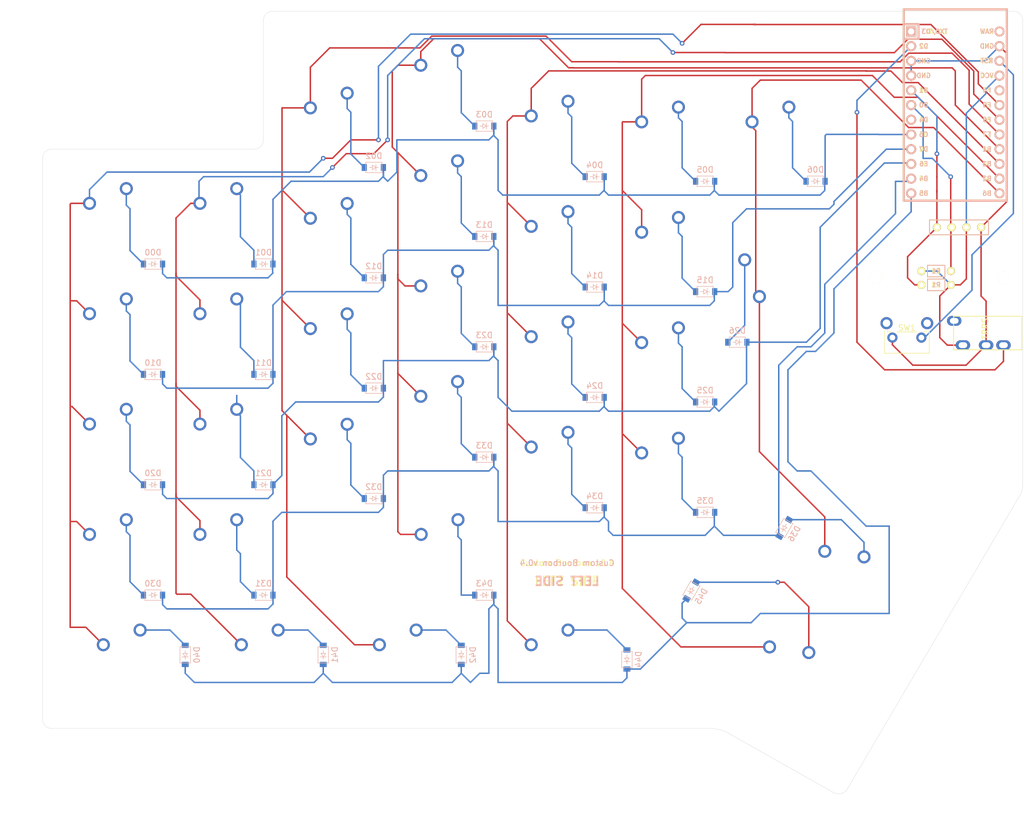
<source format=kicad_pcb>
(kicad_pcb (version 20171130) (host pcbnew 5.1.10)
  (layers (0 F.Cu signal) (31 B.Cu signal) (34 B.Paste user) (35 F.Paste user) (36 B.SilkS user) (37 F.SilkS user) (38 B.Mask user) (39 F.Mask user) (44 Edge.Cuts user))
  (net 0 "")
  (net 1 "Net-(D00-Pad2)")
  (net 2 row0)
  (net 3 "Net-(D01-Pad2)")
  (net 4 "Net-(D02-Pad2)")
  (net 5 "Net-(D03-Pad2)")
  (net 6 "Net-(D04-Pad2)")
  (net 7 "Net-(D05-Pad2)")
  (net 8 "Net-(D06-Pad2)")
  (net 9 "Net-(D10-Pad2)")
  (net 10 row1)
  (net 11 "Net-(D11-Pad2)")
  (net 12 "Net-(D12-Pad2)")
  (net 13 "Net-(D13-Pad2)")
  (net 14 "Net-(D14-Pad2)")
  (net 15 "Net-(D15-Pad2)")
  (net 16 "Net-(D20-Pad2)")
  (net 17 row2)
  (net 18 "Net-(D21-Pad2)")
  (net 19 "Net-(D22-Pad2)")
  (net 20 "Net-(D23-Pad2)")
  (net 21 "Net-(D24-Pad2)")
  (net 22 "Net-(D25-Pad2)")
  (net 23 "Net-(D26-Pad2)")
  (net 24 "Net-(D30-Pad2)")
  (net 25 row3)
  (net 26 "Net-(D31-Pad2)")
  (net 27 "Net-(D32-Pad2)")
  (net 28 "Net-(D33-Pad2)")
  (net 29 "Net-(D34-Pad2)")
  (net 30 "Net-(D35-Pad2)")
  (net 31 "Net-(D36-Pad2)")
  (net 32 "Net-(D40-Pad2)")
  (net 33 row4)
  (net 34 "Net-(D41-Pad2)")
  (net 35 "Net-(D42-Pad2)")
  (net 36 "Net-(D43-Pad2)")
  (net 37 "Net-(D44-Pad2)")
  (net 38 "Net-(D45-Pad2)")
  (net 39 col0)
  (net 40 col1)
  (net 41 col2)
  (net 42 col3)
  (net 43 col4)
  (net 44 col5)
  (net 45 col6)
  (net 46 VCC)
  (net 47 SDA)
  (net 48 SCL)
  (net 49 GND)
  (net 50 RESET)
  (net 51 "Net-(U1-Pad24)")
  (net 52 "Net-(U1-Pad20)")
  (net 53 "Net-(U1-Pad7)")
  (net 54 DATA)
  (net 55 "Net-(U1-Pad1)")
  (net 56 "Net-(TRRS1-PadA)")
  (module MX_Only:MXOnly-2U-NoLED (layer F.Cu) (at -36.068 118.618 330)
    (fp_text reference MX45)
    (fp_text value MX-NoLED)
    (pad 2 thru_hole circle (at 2.54 -5.08 330) (size 2.25 2.25) (drill 1.47) (layers *.Cu B.Mask) (net 38 "Net-(D45-Pad2)"))
    (pad "" np_thru_hole circle (at 0 0 330) (size 3.9878 3.9878) (drill 3.9878) (layers *.Cu *.Mask))
    (pad 1 thru_hole circle (at -3.81 -2.54 330) (size 2.25 2.25) (drill 1.47) (layers *.Cu B.Mask) (net 44 col5))
    (pad "" np_thru_hole circle (at -5.08 0 18.0996) (size 1.75 1.75) (drill 1.75) (layers *.Cu *.Mask))
    (pad "" np_thru_hole circle (at 5.08 0 18.0996) (size 1.75 1.75) (drill 1.75) (layers *.Cu *.Mask))
    (pad "" np_thru_hole circle (at -11.90625 -6.985 330) (size 3.048 3.048) (drill 3.048) (layers *.Cu *.Mask))
    (pad "" np_thru_hole circle (at 11.90625 -6.985 330) (size 3.048 3.048) (drill 3.048) (layers *.Cu *.Mask))
    (pad "" np_thru_hole circle (at -11.90625 8.255 330) (size 3.9878 3.9878) (drill 3.9878) (layers *.Cu *.Mask))
    (pad "" np_thru_hole circle (at 11.90625 8.255 330) (size 3.9878 3.9878) (drill 3.9878) (layers *.Cu *.Mask))
  )
  (module Keebio-Parts:ArduinoProMicro (layer F.Cu) (at -6.05125 22.245 270)
    (fp_text reference U1 hide)
    (fp_text value ProMicro hide)
    (fp_text user D2 (at -11.43 5.461) (layer B.SilkS) (effects (font (size 0.8 0.8)) (justify mirror)))
    (fp_text user D0 (at -1.27 5.461) (layer B.SilkS) (effects (font (size 0.8 0.8)) (justify mirror)))
    (fp_text user D1 (at -3.81 5.461) (layer B.SilkS) (effects (font (size 0.8 0.8)) (justify mirror)))
    (fp_text user GND (at -6.35 5.461) (layer B.SilkS) (effects (font (size 0.8 0.8)) (justify mirror)))
    (fp_text user GND (at -8.89 5.461) (layer B.SilkS) (effects (font (size 0.8 0.8)) (justify mirror)))
    (fp_text user D4 (at 1.27 5.461) (layer B.SilkS) (effects (font (size 0.8 0.8)) (justify mirror)))
    (fp_text user C6 (at 3.81 5.461) (layer B.SilkS) (effects (font (size 0.8 0.8)) (justify mirror)))
    (fp_text user D7 (at 6.35 5.461) (layer B.SilkS) (effects (font (size 0.8 0.8)) (justify mirror)))
    (fp_text user E6 (at 8.89 5.461) (layer B.SilkS) (effects (font (size 0.8 0.8)) (justify mirror)))
    (fp_text user B4 (at 11.43 5.461) (layer B.SilkS) (effects (font (size 0.8 0.8)) (justify mirror)))
    (fp_text user B5 (at 13.97 5.461) (layer B.SilkS) (effects (font (size 0.8 0.8)) (justify mirror)))
    (fp_text user B6 (at 13.97 -5.461) (layer B.SilkS) (effects (font (size 0.8 0.8)) (justify mirror)))
    (fp_text user B2 (at 11.43 -5.461) (layer F.SilkS) (effects (font (size 0.8 0.8))))
    (fp_text user B3 (at 8.89 -5.461) (layer B.SilkS) (effects (font (size 0.8 0.8)) (justify mirror)))
    (fp_text user B1 (at 6.35 -5.461) (layer B.SilkS) (effects (font (size 0.8 0.8)) (justify mirror)))
    (fp_text user F7 (at 3.81 -5.461) (layer F.SilkS) (effects (font (size 0.8 0.8))))
    (fp_text user F6 (at 1.27 -5.461) (layer F.SilkS) (effects (font (size 0.8 0.8))))
    (fp_text user F5 (at -1.27 -5.461) (layer F.SilkS) (effects (font (size 0.8 0.8))))
    (fp_text user F4 (at -3.81 -5.461) (layer B.SilkS) (effects (font (size 0.8 0.8)) (justify mirror)))
    (fp_text user VCC (at -6.35 -5.461) (layer B.SilkS) (effects (font (size 0.8 0.8)) (justify mirror)))
    (fp_text user GND (at -11.43 -5.461) (layer B.SilkS) (effects (font (size 0.8 0.8)) (justify mirror)))
    (fp_text user RAW (at -13.97 -5.461) (layer B.SilkS) (effects (font (size 0.8 0.8)) (justify mirror)))
    (fp_text user RAW (at -13.97 -5.461) (layer F.SilkS) (effects (font (size 0.8 0.8))))
    (fp_text user GND (at -11.43 -5.461) (layer F.SilkS) (effects (font (size 0.8 0.8))))
    (fp_text user ST (at -8.92 -5.73312) (layer F.SilkS) (effects (font (size 0.8 0.8))))
    (fp_text user VCC (at -6.35 -5.461) (layer F.SilkS) (effects (font (size 0.8 0.8))))
    (fp_text user F4 (at -3.81 -5.461) (layer F.SilkS) (effects (font (size 0.8 0.8))))
    (fp_text user F5 (at -1.27 -5.461) (layer B.SilkS) (effects (font (size 0.8 0.8)) (justify mirror)))
    (fp_text user F6 (at 1.27 -5.461) (layer B.SilkS) (effects (font (size 0.8 0.8)) (justify mirror)))
    (fp_text user F7 (at 3.81 -5.461) (layer B.SilkS) (effects (font (size 0.8 0.8)) (justify mirror)))
    (fp_text user B1 (at 6.35 -5.461) (layer F.SilkS) (effects (font (size 0.8 0.8))))
    (fp_text user B3 (at 8.89 -5.461) (layer F.SilkS) (effects (font (size 0.8 0.8))))
    (fp_text user B2 (at 11.43 -5.461) (layer B.SilkS) (effects (font (size 0.8 0.8)) (justify mirror)))
    (fp_text user B6 (at 13.97 -5.461) (layer F.SilkS) (effects (font (size 0.8 0.8))))
    (fp_text user B5 (at 13.97 5.461) (layer F.SilkS) (effects (font (size 0.8 0.8))))
    (fp_text user B4 (at 11.43 5.461) (layer F.SilkS) (effects (font (size 0.8 0.8))))
    (fp_text user E6 (at 8.89 5.461) (layer F.SilkS) (effects (font (size 0.8 0.8))))
    (fp_text user D7 (at 6.35 5.461) (layer F.SilkS) (effects (font (size 0.8 0.8))))
    (fp_text user C6 (at 3.81 5.461) (layer F.SilkS) (effects (font (size 0.8 0.8))))
    (fp_text user D4 (at 1.27 5.461) (layer F.SilkS) (effects (font (size 0.8 0.8))))
    (fp_text user GND (at -8.89 5.461) (layer F.SilkS) (effects (font (size 0.8 0.8))))
    (fp_text user GND (at -6.35 5.461) (layer F.SilkS) (effects (font (size 0.8 0.8))))
    (fp_text user D1 (at -3.81 5.461) (layer F.SilkS) (effects (font (size 0.8 0.8))))
    (fp_text user D0 (at -1.27 5.461) (layer F.SilkS) (effects (font (size 0.8 0.8))))
    (fp_text user D2 (at -11.43 5.461) (layer F.SilkS) (effects (font (size 0.8 0.8))))
    (fp_text user TX0/D3 (at -13.97 3.571872) (layer B.SilkS) (effects (font (size 0.8 0.8)) (justify mirror)))
    (fp_text user TX0/D3 (at -13.97 3.571872) (layer F.SilkS) (effects (font (size 0.8 0.8))))
    (fp_text user ST (at -8.91 -5.04) (layer B.SilkS) (effects (font (size 0.8 0.8)) (justify mirror)))
    (pad 1 thru_hole rect (at -13.97 7.62 270) (size 1.7526 1.7526) (drill 1.0922) (layers *.Cu *.SilkS *.Mask) (net 55 "Net-(U1-Pad1)"))
    (pad 2 thru_hole circle (at -11.43 7.62 270) (size 1.7526 1.7526) (drill 1.0922) (layers *.Cu *.SilkS *.Mask) (net 54 DATA))
    (pad 3 thru_hole circle (at -8.89 7.62 270) (size 1.7526 1.7526) (drill 1.0922) (layers *.Cu *.SilkS *.Mask) (net 49 GND))
    (pad 4 thru_hole circle (at -6.35 7.62 270) (size 1.7526 1.7526) (drill 1.0922) (layers *.Cu *.SilkS *.Mask) (net 49 GND))
    (pad 5 thru_hole circle (at -3.81 7.62 270) (size 1.7526 1.7526) (drill 1.0922) (layers *.Cu *.SilkS *.Mask) (net 47 SDA))
    (pad 6 thru_hole circle (at -1.27 7.62 270) (size 1.7526 1.7526) (drill 1.0922) (layers *.Cu *.SilkS *.Mask) (net 48 SCL))
    (pad 7 thru_hole circle (at 1.27 7.62 270) (size 1.7526 1.7526) (drill 1.0922) (layers *.Cu *.SilkS *.Mask) (net 53 "Net-(U1-Pad7)"))
    (pad 8 thru_hole circle (at 3.81 7.62 270) (size 1.7526 1.7526) (drill 1.0922) (layers *.Cu *.SilkS *.Mask) (net 2 row0))
    (pad 9 thru_hole circle (at 6.35 7.62 270) (size 1.7526 1.7526) (drill 1.0922) (layers *.Cu *.SilkS *.Mask) (net 10 row1))
    (pad 10 thru_hole circle (at 8.89 7.62 270) (size 1.7526 1.7526) (drill 1.0922) (layers *.Cu *.SilkS *.Mask) (net 17 row2))
    (pad 11 thru_hole circle (at 11.43 7.62 270) (size 1.7526 1.7526) (drill 1.0922) (layers *.Cu *.SilkS *.Mask) (net 25 row3))
    (pad 13 thru_hole circle (at 13.97 -7.62 270) (size 1.7526 1.7526) (drill 1.0922) (layers *.Cu *.SilkS *.Mask) (net 45 col6))
    (pad 14 thru_hole circle (at 11.43 -7.62 270) (size 1.7526 1.7526) (drill 1.0922) (layers *.Cu *.SilkS *.Mask) (net 44 col5))
    (pad 15 thru_hole circle (at 8.89 -7.62 270) (size 1.7526 1.7526) (drill 1.0922) (layers *.Cu *.SilkS *.Mask) (net 43 col4))
    (pad 16 thru_hole circle (at 6.35 -7.62 270) (size 1.7526 1.7526) (drill 1.0922) (layers *.Cu *.SilkS *.Mask) (net 42 col3))
    (pad 17 thru_hole circle (at 3.81 -7.62 270) (size 1.7526 1.7526) (drill 1.0922) (layers *.Cu *.SilkS *.Mask) (net 41 col2))
    (pad 18 thru_hole circle (at 1.27 -7.62 270) (size 1.7526 1.7526) (drill 1.0922) (layers *.Cu *.SilkS *.Mask) (net 40 col1))
    (pad 19 thru_hole circle (at -1.27 -7.62 270) (size 1.7526 1.7526) (drill 1.0922) (layers *.Cu *.SilkS *.Mask) (net 39 col0))
    (pad 20 thru_hole circle (at -3.81 -7.62 270) (size 1.7526 1.7526) (drill 1.0922) (layers *.Cu *.SilkS *.Mask) (net 52 "Net-(U1-Pad20)"))
    (pad 21 thru_hole circle (at -6.35 -7.62 270) (size 1.7526 1.7526) (drill 1.0922) (layers *.Cu *.SilkS *.Mask) (net 46 VCC))
    (pad 22 thru_hole circle (at -8.89 -7.62 270) (size 1.7526 1.7526) (drill 1.0922) (layers *.Cu *.SilkS *.Mask) (net 50 RESET))
    (pad 23 thru_hole circle (at -11.43 -7.62 270) (size 1.7526 1.7526) (drill 1.0922) (layers *.Cu *.SilkS *.Mask) (net 49 GND))
    (pad 12 thru_hole circle (at 13.97 7.62 270) (size 1.7526 1.7526) (drill 1.0922) (layers *.Cu *.SilkS *.Mask) (net 33 row4))
    (pad 24 thru_hole circle (at -13.97 -7.62 270) (size 1.7526 1.7526) (drill 1.0922) (layers *.Cu *.SilkS *.Mask) (net 51 "Net-(U1-Pad24)"))
  )
  (module kbd:MJ-4PP-9_1side (layer F.Cu) (at 5.55625 60.325 270)
    (fp_text reference TRRS1)
    (fp_text value MJ-4PP-9 hide)
    (fp_text user TRRS (at -0.75 6.45 90) (layer F.SilkS))
    (pad A thru_hole oval (at -2.1 11.8 270) (size 1.7 2.5) (drill oval 1 1.5) (layers *.Cu B.Mask) (net 56 "Net-(TRRS1-PadA)") (clearance 0.15))
    (pad D thru_hole oval (at 2.1 10.3 270) (size 1.7 2.5) (drill oval 1 1.5) (layers *.Cu B.Mask) (net 46 VCC) (clearance 0.15))
    (pad C thru_hole oval (at 2.1 6.3 270) (size 1.7 2.5) (drill oval 1 1.5) (layers *.Cu B.Mask) (net 49 GND))
    (pad B thru_hole oval (at 2.1 3.3 270) (size 1.7 2.5) (drill oval 1 1.5) (layers *.Cu B.Mask) (net 54 DATA))
    (pad "" np_thru_hole circle (at 0 8.5 270) (size 1.2 1.2) (drill 1.2) (layers *.Cu *.Mask))
    (pad "" np_thru_hole circle (at 0 1.5 270) (size 1.2 1.2) (drill 1.2) (layers *.Cu *.Mask))
  )
  (module Lily58-footprint:HOLE_M2 (layer F.Cu) (at -19.75 50.75)
    (fp_text reference H2 hide)
    (fp_text value Hole hide)
    (pad "" np_thru_hole circle (at 0 0) (size 2.2 2.2) (drill 2.2) (layers *.Cu *.Mask F.SilkS) (clearance 0.8))
  )
  (module Lily58-footprint:HOLE_M2 (layer F.Cu) (at 2.38125 50.8)
    (fp_text reference H1 hide)
    (fp_text value Hole hide)
    (pad "" np_thru_hole circle (at 0 0) (size 2.2 2.2) (drill 2.2) (layers *.Cu *.Mask F.SilkS) (clearance 0.8))
  )
  (module Keebio-Parts:SW_Tactile_SPST_Angled_MJTP1117 (layer F.Cu) (at -11.90625 61.11875 180)
    (fp_text reference SW1 (at 2.5 1.68) (layer F.SilkS))
    (fp_text value SW_Push)
    (pad "" np_thru_hole circle (at 2.5 -1.21 180) (size 1.2 1.2) (drill 1.2) (layers *.Cu *.Mask))
    (pad "" thru_hole circle (at -1 2.49 180) (size 2.1 2.1) (drill 1.3) (layers *.Cu *.Mask))
    (pad 1 thru_hole circle (at 0 0 180) (size 1.75 1.75) (drill 0.99) (layers *.Cu *.Mask) (net 50 RESET))
    (pad 2 thru_hole circle (at 5 0 180) (size 1.75 1.75) (drill 0.99) (layers *.Cu *.Mask) (net 49 GND))
    (pad "" thru_hole circle (at 6.01 2.49 180) (size 2.1 2.1) (drill 1.3) (layers *.Cu *.Mask))
  )
  (module kbd:D_SOD-123 (layer B.Cu) (at -51.59375 104.775 60)
    (fp_text reference D45 (at 0 2 60) (layer B.SilkS) (effects (justify mirror)))
    (fp_text value D_Small)
    (pad 2 smd rect (at 1.65 0 60) (size 0.9 1.2) (layers B.Cu B.Paste B.Mask) (net 38 "Net-(D45-Pad2)"))
    (pad 1 smd rect (at -1.65 0 60) (size 0.9 1.2) (layers B.Cu B.Paste B.Mask) (net 33 row4))
  )
  (module kbd:D_SOD-123 (layer B.Cu) (at -62.70625 116.68125 90)
    (fp_text reference D44 (at 0 2 90) (layer B.SilkS) (effects (justify mirror)))
    (fp_text value D_Small)
    (pad 2 smd rect (at 1.65 0 90) (size 0.9 1.2) (layers B.Cu B.Paste B.Mask) (net 37 "Net-(D44-Pad2)"))
    (pad 1 smd rect (at -1.65 0 90) (size 0.9 1.2) (layers B.Cu B.Paste B.Mask) (net 33 row4))
  )
  (module kbd:D_SOD-123 (layer B.Cu) (at -87.3125 105.56875 180)
    (fp_text reference D43 (at 0 2) (layer B.SilkS) (effects (justify mirror)))
    (fp_text value D_Small)
    (pad 2 smd rect (at 1.65 0 180) (size 0.9 1.2) (layers B.Cu B.Paste B.Mask) (net 36 "Net-(D43-Pad2)"))
    (pad 1 smd rect (at -1.65 0 180) (size 0.9 1.2) (layers B.Cu B.Paste B.Mask) (net 33 row4))
  )
  (module kbd:D_SOD-123 (layer B.Cu) (at -91.28125 115.8875 90)
    (fp_text reference D42 (at 0 2 90) (layer B.SilkS) (effects (justify mirror)))
    (fp_text value D_Small)
    (pad 2 smd rect (at 1.65 0 90) (size 0.9 1.2) (layers B.Cu B.Paste B.Mask) (net 35 "Net-(D42-Pad2)"))
    (pad 1 smd rect (at -1.65 0 90) (size 0.9 1.2) (layers B.Cu B.Paste B.Mask) (net 33 row4))
  )
  (module kbd:D_SOD-123 (layer B.Cu) (at -115.09375 115.8875 90)
    (fp_text reference D41 (at 0 2 90) (layer B.SilkS) (effects (justify mirror)))
    (fp_text value D_Small)
    (pad 2 smd rect (at 1.65 0 90) (size 0.9 1.2) (layers B.Cu B.Paste B.Mask) (net 34 "Net-(D41-Pad2)"))
    (pad 1 smd rect (at -1.65 0 90) (size 0.9 1.2) (layers B.Cu B.Paste B.Mask) (net 33 row4))
  )
  (module kbd:D_SOD-123 (layer B.Cu) (at -138.90625 115.8875 90)
    (fp_text reference D40 (at 0 2 90) (layer B.SilkS) (effects (justify mirror)))
    (fp_text value D_Small)
    (pad 2 smd rect (at 1.65 0 90) (size 0.9 1.2) (layers B.Cu B.Paste B.Mask) (net 32 "Net-(D40-Pad2)"))
    (pad 1 smd rect (at -1.65 0 90) (size 0.9 1.2) (layers B.Cu B.Paste B.Mask) (net 33 row4))
  )
  (module kbd:D_SOD-123 (layer B.Cu) (at -35.56 93.98 60)
    (fp_text reference D36 (at 0 2 60) (layer B.SilkS) (effects (justify mirror)))
    (fp_text value D_Small)
    (pad 2 smd rect (at 1.65 0 60) (size 0.9 1.2) (layers B.Cu B.Paste B.Mask) (net 31 "Net-(D36-Pad2)"))
    (pad 1 smd rect (at -1.65 0 60) (size 0.9 1.2) (layers B.Cu B.Paste B.Mask) (net 25 row3))
  )
  (module kbd:D_SOD-123 (layer B.Cu) (at -49.2125 91.28125 180)
    (fp_text reference D35 (at 0 2) (layer B.SilkS) (effects (justify mirror)))
    (fp_text value D_Small)
    (pad 2 smd rect (at 1.65 0 180) (size 0.9 1.2) (layers B.Cu B.Paste B.Mask) (net 30 "Net-(D35-Pad2)"))
    (pad 1 smd rect (at -1.65 0 180) (size 0.9 1.2) (layers B.Cu B.Paste B.Mask) (net 25 row3))
  )
  (module kbd:D_SOD-123 (layer B.Cu) (at -68.2625 90.4875 180)
    (fp_text reference D34 (at 0 2) (layer B.SilkS) (effects (justify mirror)))
    (fp_text value D_Small)
    (pad 2 smd rect (at 1.65 0 180) (size 0.9 1.2) (layers B.Cu B.Paste B.Mask) (net 29 "Net-(D34-Pad2)"))
    (pad 1 smd rect (at -1.65 0 180) (size 0.9 1.2) (layers B.Cu B.Paste B.Mask) (net 25 row3))
  )
  (module kbd:D_SOD-123 (layer B.Cu) (at -87.3125 81.75625 180)
    (fp_text reference D33 (at 0 2) (layer B.SilkS) (effects (justify mirror)))
    (fp_text value D_Small)
    (pad 2 smd rect (at 1.65 0 180) (size 0.9 1.2) (layers B.Cu B.Paste B.Mask) (net 28 "Net-(D33-Pad2)"))
    (pad 1 smd rect (at -1.65 0 180) (size 0.9 1.2) (layers B.Cu B.Paste B.Mask) (net 25 row3))
  )
  (module kbd:D_SOD-123 (layer B.Cu) (at -106.3625 88.9 180)
    (fp_text reference D32 (at 0 2) (layer B.SilkS) (effects (justify mirror)))
    (fp_text value D_Small)
    (pad 2 smd rect (at 1.65 0 180) (size 0.9 1.2) (layers B.Cu B.Paste B.Mask) (net 27 "Net-(D32-Pad2)"))
    (pad 1 smd rect (at -1.65 0 180) (size 0.9 1.2) (layers B.Cu B.Paste B.Mask) (net 25 row3))
  )
  (module kbd:D_SOD-123 (layer B.Cu) (at -125.4125 105.56875 180)
    (fp_text reference D31 (at 0 2) (layer B.SilkS) (effects (justify mirror)))
    (fp_text value D_Small)
    (pad 2 smd rect (at 1.65 0 180) (size 0.9 1.2) (layers B.Cu B.Paste B.Mask) (net 26 "Net-(D31-Pad2)"))
    (pad 1 smd rect (at -1.65 0 180) (size 0.9 1.2) (layers B.Cu B.Paste B.Mask) (net 25 row3))
  )
  (module kbd:D_SOD-123 (layer B.Cu) (at -144.4625 105.56875 180)
    (fp_text reference D30 (at 0 2) (layer B.SilkS) (effects (justify mirror)))
    (fp_text value D_Small)
    (pad 2 smd rect (at 1.65 0 180) (size 0.9 1.2) (layers B.Cu B.Paste B.Mask) (net 24 "Net-(D30-Pad2)"))
    (pad 1 smd rect (at -1.65 0 180) (size 0.9 1.2) (layers B.Cu B.Paste B.Mask) (net 25 row3))
  )
  (module kbd:D_SOD-123 (layer B.Cu) (at -43.65625 61.9125 180)
    (fp_text reference D26 (at 0 2) (layer B.SilkS) (effects (justify mirror)))
    (fp_text value D_Small)
    (pad 2 smd rect (at 1.65 0 180) (size 0.9 1.2) (layers B.Cu B.Paste B.Mask) (net 23 "Net-(D26-Pad2)"))
    (pad 1 smd rect (at -1.65 0 180) (size 0.9 1.2) (layers B.Cu B.Paste B.Mask) (net 17 row2))
  )
  (module kbd:D_SOD-123 (layer B.Cu) (at -49.2125 72.23125 180)
    (fp_text reference D25 (at 0 2) (layer B.SilkS) (effects (justify mirror)))
    (fp_text value D_Small)
    (pad 2 smd rect (at 1.65 0 180) (size 0.9 1.2) (layers B.Cu B.Paste B.Mask) (net 22 "Net-(D25-Pad2)"))
    (pad 1 smd rect (at -1.65 0 180) (size 0.9 1.2) (layers B.Cu B.Paste B.Mask) (net 17 row2))
  )
  (module kbd:D_SOD-123 (layer B.Cu) (at -68.2625 71.4375 180)
    (fp_text reference D24 (at 0 2) (layer B.SilkS) (effects (justify mirror)))
    (fp_text value D_Small)
    (pad 2 smd rect (at 1.65 0 180) (size 0.9 1.2) (layers B.Cu B.Paste B.Mask) (net 21 "Net-(D24-Pad2)"))
    (pad 1 smd rect (at -1.65 0 180) (size 0.9 1.2) (layers B.Cu B.Paste B.Mask) (net 17 row2))
  )
  (module kbd:D_SOD-123 (layer B.Cu) (at -87.3125 62.70625 180)
    (fp_text reference D23 (at 0 2) (layer B.SilkS) (effects (justify mirror)))
    (fp_text value D_Small)
    (pad 2 smd rect (at 1.65 0 180) (size 0.9 1.2) (layers B.Cu B.Paste B.Mask) (net 20 "Net-(D23-Pad2)"))
    (pad 1 smd rect (at -1.65 0 180) (size 0.9 1.2) (layers B.Cu B.Paste B.Mask) (net 17 row2))
  )
  (module kbd:D_SOD-123 (layer B.Cu) (at -106.3625 69.85 180)
    (fp_text reference D22 (at 0 2) (layer B.SilkS) (effects (justify mirror)))
    (fp_text value D_Small)
    (pad 2 smd rect (at 1.65 0 180) (size 0.9 1.2) (layers B.Cu B.Paste B.Mask) (net 19 "Net-(D22-Pad2)"))
    (pad 1 smd rect (at -1.65 0 180) (size 0.9 1.2) (layers B.Cu B.Paste B.Mask) (net 17 row2))
  )
  (module kbd:D_SOD-123 (layer B.Cu) (at -125.4125 86.51875 180)
    (fp_text reference D21 (at 0 2) (layer B.SilkS) (effects (justify mirror)))
    (fp_text value D_Small)
    (pad 2 smd rect (at 1.65 0 180) (size 0.9 1.2) (layers B.Cu B.Paste B.Mask) (net 18 "Net-(D21-Pad2)"))
    (pad 1 smd rect (at -1.65 0 180) (size 0.9 1.2) (layers B.Cu B.Paste B.Mask) (net 17 row2))
  )
  (module kbd:D_SOD-123 (layer B.Cu) (at -144.4625 86.51875 180)
    (fp_text reference D20 (at 0 2) (layer B.SilkS) (effects (justify mirror)))
    (fp_text value D_Small)
    (pad 2 smd rect (at 1.65 0 180) (size 0.9 1.2) (layers B.Cu B.Paste B.Mask) (net 16 "Net-(D20-Pad2)"))
    (pad 1 smd rect (at -1.65 0 180) (size 0.9 1.2) (layers B.Cu B.Paste B.Mask) (net 17 row2))
  )
  (module kbd:D_SOD-123 (layer B.Cu) (at -49.2125 53.18125 180)
    (fp_text reference D15 (at 0 2) (layer B.SilkS) (effects (justify mirror)))
    (fp_text value D_Small)
    (pad 2 smd rect (at 1.65 0 180) (size 0.9 1.2) (layers B.Cu B.Paste B.Mask) (net 15 "Net-(D15-Pad2)"))
    (pad 1 smd rect (at -1.65 0 180) (size 0.9 1.2) (layers B.Cu B.Paste B.Mask) (net 10 row1))
  )
  (module kbd:D_SOD-123 (layer B.Cu) (at -68.2625 52.3875 180)
    (fp_text reference D14 (at 0 2) (layer B.SilkS) (effects (justify mirror)))
    (fp_text value D_Small)
    (pad 2 smd rect (at 1.65 0 180) (size 0.9 1.2) (layers B.Cu B.Paste B.Mask) (net 14 "Net-(D14-Pad2)"))
    (pad 1 smd rect (at -1.65 0 180) (size 0.9 1.2) (layers B.Cu B.Paste B.Mask) (net 10 row1))
  )
  (module kbd:D_SOD-123 (layer B.Cu) (at -87.3125 43.65625 180)
    (fp_text reference D13 (at 0 2) (layer B.SilkS) (effects (justify mirror)))
    (fp_text value D_Small)
    (pad 2 smd rect (at 1.65 0 180) (size 0.9 1.2) (layers B.Cu B.Paste B.Mask) (net 13 "Net-(D13-Pad2)"))
    (pad 1 smd rect (at -1.65 0 180) (size 0.9 1.2) (layers B.Cu B.Paste B.Mask) (net 10 row1))
  )
  (module kbd:D_SOD-123 (layer B.Cu) (at -106.3625 50.8 180)
    (fp_text reference D12 (at 0 2) (layer B.SilkS) (effects (justify mirror)))
    (fp_text value D_Small)
    (pad 2 smd rect (at 1.65 0 180) (size 0.9 1.2) (layers B.Cu B.Paste B.Mask) (net 12 "Net-(D12-Pad2)"))
    (pad 1 smd rect (at -1.65 0 180) (size 0.9 1.2) (layers B.Cu B.Paste B.Mask) (net 10 row1))
  )
  (module kbd:D_SOD-123 (layer B.Cu) (at -125.4125 67.46875 180)
    (fp_text reference D11 (at 0 2) (layer B.SilkS) (effects (justify mirror)))
    (fp_text value D_Small)
    (pad 2 smd rect (at 1.65 0 180) (size 0.9 1.2) (layers B.Cu B.Paste B.Mask) (net 11 "Net-(D11-Pad2)"))
    (pad 1 smd rect (at -1.65 0 180) (size 0.9 1.2) (layers B.Cu B.Paste B.Mask) (net 10 row1))
  )
  (module kbd:D_SOD-123 (layer B.Cu) (at -144.4625 67.46875 180)
    (fp_text reference D10 (at 0 2) (layer B.SilkS) (effects (justify mirror)))
    (fp_text value D_Small)
    (pad 2 smd rect (at 1.65 0 180) (size 0.9 1.2) (layers B.Cu B.Paste B.Mask) (net 9 "Net-(D10-Pad2)"))
    (pad 1 smd rect (at -1.65 0 180) (size 0.9 1.2) (layers B.Cu B.Paste B.Mask) (net 10 row1))
  )
  (module kbd:D_SOD-123 (layer B.Cu) (at -30.1625 34.13125 180)
    (fp_text reference D06 (at 0 2) (layer B.SilkS) (effects (justify mirror)))
    (fp_text value D_Small)
    (pad 2 smd rect (at 1.65 0 180) (size 0.9 1.2) (layers B.Cu B.Paste B.Mask) (net 8 "Net-(D06-Pad2)"))
    (pad 1 smd rect (at -1.65 0 180) (size 0.9 1.2) (layers B.Cu B.Paste B.Mask) (net 2 row0))
  )
  (module kbd:D_SOD-123 (layer B.Cu) (at -49.2125 34.13125 180)
    (fp_text reference D05 (at 0 2) (layer B.SilkS) (effects (justify mirror)))
    (fp_text value D_Small)
    (pad 2 smd rect (at 1.65 0 180) (size 0.9 1.2) (layers B.Cu B.Paste B.Mask) (net 7 "Net-(D05-Pad2)"))
    (pad 1 smd rect (at -1.65 0 180) (size 0.9 1.2) (layers B.Cu B.Paste B.Mask) (net 2 row0))
  )
  (module kbd:D_SOD-123 (layer B.Cu) (at -68.2625 33.3375 180)
    (fp_text reference D04 (at 0 2) (layer B.SilkS) (effects (justify mirror)))
    (fp_text value D_Small)
    (pad 2 smd rect (at 1.65 0 180) (size 0.9 1.2) (layers B.Cu B.Paste B.Mask) (net 6 "Net-(D04-Pad2)"))
    (pad 1 smd rect (at -1.65 0 180) (size 0.9 1.2) (layers B.Cu B.Paste B.Mask) (net 2 row0))
  )
  (module kbd:D_SOD-123 (layer B.Cu) (at -87.3125 24.60625 180)
    (fp_text reference D03 (at 0 2) (layer B.SilkS) (effects (justify mirror)))
    (fp_text value D_Small)
    (pad 2 smd rect (at 1.65 0 180) (size 0.9 1.2) (layers B.Cu B.Paste B.Mask) (net 5 "Net-(D03-Pad2)"))
    (pad 1 smd rect (at -1.65 0 180) (size 0.9 1.2) (layers B.Cu B.Paste B.Mask) (net 2 row0))
  )
  (module kbd:D_SOD-123 (layer B.Cu) (at -106.3625 31.75 180)
    (fp_text reference D02 (at 0 2) (layer B.SilkS) (effects (justify mirror)))
    (fp_text value D_Small)
    (pad 2 smd rect (at 1.65 0 180) (size 0.9 1.2) (layers B.Cu B.Paste B.Mask) (net 4 "Net-(D02-Pad2)"))
    (pad 1 smd rect (at -1.65 0 180) (size 0.9 1.2) (layers B.Cu B.Paste B.Mask) (net 2 row0))
  )
  (module kbd:D_SOD-123 (layer B.Cu) (at -125.4125 48.41875 180)
    (fp_text reference D01 (at 0 2) (layer B.SilkS) (effects (justify mirror)))
    (fp_text value D_Small)
    (pad 2 smd rect (at 1.65 0 180) (size 0.9 1.2) (layers B.Cu B.Paste B.Mask) (net 3 "Net-(D01-Pad2)"))
    (pad 1 smd rect (at -1.65 0 180) (size 0.9 1.2) (layers B.Cu B.Paste B.Mask) (net 2 row0))
  )
  (module kbd:D_SOD-123 (layer B.Cu) (at -144.4625 48.41875 180)
    (fp_text reference D00 (at 0 2) (layer B.SilkS) (effects (justify mirror)))
    (fp_text value D_Small)
    (pad 2 smd rect (at 1.65 0 180) (size 0.9 1.2) (layers B.Cu B.Paste B.Mask) (net 1 "Net-(D00-Pad2)"))
    (pad 1 smd rect (at -1.65 0 180) (size 0.9 1.2) (layers B.Cu B.Paste B.Mask) (net 2 row0))
  )
  (module MX_Only:MXOnly-1.25U-NoLED (layer F.Cu) (at -125.4125 116.68125)
    (fp_text reference MX41)
    (fp_text value MX-NoLED)
    (pad 2 thru_hole circle (at 2.54 -5.08) (size 2.25 2.25) (drill 1.47) (layers *.Cu B.Mask) (net 34 "Net-(D41-Pad2)"))
    (pad "" np_thru_hole circle (at 0 0) (size 3.9878 3.9878) (drill 3.9878) (layers *.Cu *.Mask))
    (pad 1 thru_hole circle (at -3.81 -2.54) (size 2.25 2.25) (drill 1.47) (layers *.Cu B.Mask) (net 40 col1))
    (pad "" np_thru_hole circle (at -5.08 0 48.0996) (size 1.75 1.75) (drill 1.75) (layers *.Cu *.Mask))
    (pad "" np_thru_hole circle (at 5.08 0 48.0996) (size 1.75 1.75) (drill 1.75) (layers *.Cu *.Mask))
  )
  (module MX_Only:MXOnly-1U-NoLED (layer F.Cu) (at -113.50625 24.003)
    (fp_text reference MX02)
    (fp_text value MX-NoLED)
    (pad 2 thru_hole circle (at 2.54 -5.08) (size 2.25 2.25) (drill 1.47) (layers *.Cu B.Mask) (net 4 "Net-(D02-Pad2)"))
    (pad "" np_thru_hole circle (at 0 0) (size 3.9878 3.9878) (drill 3.9878) (layers *.Cu *.Mask))
    (pad 1 thru_hole circle (at -3.81 -2.54) (size 2.25 2.25) (drill 1.47) (layers *.Cu B.Mask) (net 41 col2))
    (pad "" np_thru_hole circle (at -5.08 0 48.0996) (size 1.75 1.75) (drill 1.75) (layers *.Cu *.Mask))
    (pad "" np_thru_hole circle (at 5.08 0 48.0996) (size 1.75 1.75) (drill 1.75) (layers *.Cu *.Mask))
  )
  (module MX_Only:MXOnly-1.5U-NoLED (layer F.Cu) (at -37.30625 50.2285 90)
    (fp_text reference MX26)
    (fp_text value MX-NoLED)
    (pad 2 thru_hole circle (at 2.54 -5.08 90) (size 2.25 2.25) (drill 1.47) (layers *.Cu B.Mask) (net 23 "Net-(D26-Pad2)"))
    (pad "" np_thru_hole circle (at 0 0 90) (size 3.9878 3.9878) (drill 3.9878) (layers *.Cu *.Mask))
    (pad 1 thru_hole circle (at -3.81 -2.54 90) (size 2.25 2.25) (drill 1.47) (layers *.Cu B.Mask) (net 45 col6))
    (pad "" np_thru_hole circle (at -5.08 0 138.0996) (size 1.75 1.75) (drill 1.75) (layers *.Cu *.Mask))
    (pad "" np_thru_hole circle (at 5.08 0 138.0996) (size 1.75 1.75) (drill 1.75) (layers *.Cu *.Mask))
  )
  (module MX_Only:MXOnly-1U-NoLED (layer F.Cu) (at -56.35625 45.466)
    (fp_text reference MX15)
    (fp_text value MX-NoLED)
    (pad 2 thru_hole circle (at 2.54 -5.08) (size 2.25 2.25) (drill 1.47) (layers *.Cu B.Mask) (net 15 "Net-(D15-Pad2)"))
    (pad "" np_thru_hole circle (at 0 0) (size 3.9878 3.9878) (drill 3.9878) (layers *.Cu *.Mask))
    (pad 1 thru_hole circle (at -3.81 -2.54) (size 2.25 2.25) (drill 1.47) (layers *.Cu B.Mask) (net 44 col5))
    (pad "" np_thru_hole circle (at -5.08 0 48.0996) (size 1.75 1.75) (drill 1.75) (layers *.Cu *.Mask))
    (pad "" np_thru_hole circle (at 5.08 0 48.0996) (size 1.75 1.75) (drill 1.75) (layers *.Cu *.Mask))
  )
  (module MX_Only:MXOnly-1U-NoLED (layer F.Cu) (at -113.50625 43.053)
    (fp_text reference MX12)
    (fp_text value MX-NoLED)
    (pad 2 thru_hole circle (at 2.54 -5.08) (size 2.25 2.25) (drill 1.47) (layers *.Cu B.Mask) (net 12 "Net-(D12-Pad2)"))
    (pad "" np_thru_hole circle (at 0 0) (size 3.9878 3.9878) (drill 3.9878) (layers *.Cu *.Mask))
    (pad 1 thru_hole circle (at -3.81 -2.54) (size 2.25 2.25) (drill 1.47) (layers *.Cu B.Mask) (net 41 col2))
    (pad "" np_thru_hole circle (at -5.08 0 48.0996) (size 1.75 1.75) (drill 1.75) (layers *.Cu *.Mask))
    (pad "" np_thru_hole circle (at 5.08 0 48.0996) (size 1.75 1.75) (drill 1.75) (layers *.Cu *.Mask))
  )
  (module MX_Only:MXOnly-1U-NoLED (layer F.Cu) (at -56.35625 26.416)
    (fp_text reference MX05)
    (fp_text value MX-NoLED)
    (pad 2 thru_hole circle (at 2.54 -5.08) (size 2.25 2.25) (drill 1.47) (layers *.Cu B.Mask) (net 7 "Net-(D05-Pad2)"))
    (pad "" np_thru_hole circle (at 0 0) (size 3.9878 3.9878) (drill 3.9878) (layers *.Cu *.Mask))
    (pad 1 thru_hole circle (at -3.81 -2.54) (size 2.25 2.25) (drill 1.47) (layers *.Cu B.Mask) (net 44 col5))
    (pad "" np_thru_hole circle (at -5.08 0 48.0996) (size 1.75 1.75) (drill 1.75) (layers *.Cu *.Mask))
    (pad "" np_thru_hole circle (at 5.08 0 48.0996) (size 1.75 1.75) (drill 1.75) (layers *.Cu *.Mask))
  )
  (module Lily58-footprint:RESISTOR_mini (layer F.Cu) (at -9.35125 52.01125)
    (fp_text reference R2 (at 0 0) (layer F.SilkS) (effects (font (size 0.8 0.8))))
    (fp_text value 4.7k hide)
    (fp_text user R1 (at 0 0) (layer B.SilkS) (effects (font (size 0.8 0.8)) (justify mirror)))
    (pad 2 thru_hole circle (at 2.54 0) (size 1.397 1.397) (drill 0.8128) (layers *.Cu *.Mask F.SilkS) (net 46 VCC))
    (pad 1 thru_hole circle (at -2.54 0) (size 1.397 1.397) (drill 0.8128) (layers *.Cu *.Mask F.SilkS) (net 47 SDA))
  )
  (module Lily58-footprint:RESISTOR_mini (layer F.Cu) (at -9.35125 49.63 180)
    (fp_text reference R1 (at 0 0) (layer F.SilkS) (effects (font (size 0.8 0.8))))
    (fp_text value 4.7k hide)
    (fp_text user R1 (at 0 0) (layer B.SilkS) (effects (font (size 0.8 0.8)) (justify mirror)))
    (pad 2 thru_hole circle (at 2.54 0 180) (size 1.397 1.397) (drill 0.8128) (layers *.Cu *.Mask F.SilkS) (net 46 VCC))
    (pad 1 thru_hole circle (at -2.54 0 180) (size 1.397 1.397) (drill 0.8128) (layers *.Cu *.Mask F.SilkS) (net 48 SCL))
  )
  (module Lily58-footprint:OLED_4Pin (layer F.Cu) (at -9.22625 42.08875)
    (fp_text reference OL1 hide)
    (fp_text value OLED hide)
    (pad 4 thru_hole circle (at 7.62 0) (size 1.397 1.397) (drill 0.8128) (layers *.Cu *.Mask F.SilkS) (net 49 GND))
    (pad 3 thru_hole circle (at 5.08 0) (size 1.397 1.397) (drill 0.8128) (layers *.Cu *.Mask F.SilkS) (net 46 VCC))
    (pad 2 thru_hole circle (at 2.54 0) (size 1.397 1.397) (drill 0.8128) (layers *.Cu *.Mask F.SilkS) (net 48 SCL))
    (pad 1 thru_hole circle (at 0 0) (size 1.397 1.397) (drill 0.8128) (layers *.Cu *.Mask F.SilkS) (net 47 SDA))
  )
  (module MX_Only:MXOnly-1.5U-NoLED (layer F.Cu) (at -75.40625 116.68125)
    (fp_text reference MX44)
    (fp_text value MX-NoLED)
    (pad 2 thru_hole circle (at 2.54 -5.08) (size 2.25 2.25) (drill 1.47) (layers *.Cu B.Mask) (net 37 "Net-(D44-Pad2)"))
    (pad "" np_thru_hole circle (at 0 0) (size 3.9878 3.9878) (drill 3.9878) (layers *.Cu *.Mask))
    (pad 1 thru_hole circle (at -3.81 -2.54) (size 2.25 2.25) (drill 1.47) (layers *.Cu B.Mask) (net 43 col4))
    (pad "" np_thru_hole circle (at -5.08 0 48.0996) (size 1.75 1.75) (drill 1.75) (layers *.Cu *.Mask))
    (pad "" np_thru_hole circle (at 5.08 0 48.0996) (size 1.75 1.75) (drill 1.75) (layers *.Cu *.Mask))
  )
  (module MX_Only:MXOnly-1U-NoLED (layer F.Cu) (at -94.39275 97.63125)
    (fp_text reference MX43)
    (fp_text value MX-NoLED)
    (pad 2 thru_hole circle (at 2.54 -5.08) (size 2.25 2.25) (drill 1.47) (layers *.Cu B.Mask) (net 36 "Net-(D43-Pad2)"))
    (pad "" np_thru_hole circle (at 0 0) (size 3.9878 3.9878) (drill 3.9878) (layers *.Cu *.Mask))
    (pad 1 thru_hole circle (at -3.81 -2.54) (size 2.25 2.25) (drill 1.47) (layers *.Cu B.Mask) (net 42 col3))
    (pad "" np_thru_hole circle (at -5.08 0 48.0996) (size 1.75 1.75) (drill 1.75) (layers *.Cu *.Mask))
    (pad "" np_thru_hole circle (at 5.08 0 48.0996) (size 1.75 1.75) (drill 1.75) (layers *.Cu *.Mask))
  )
  (module MX_Only:MXOnly-1.25U-NoLED (layer F.Cu) (at -101.6 116.68125)
    (fp_text reference MX42)
    (fp_text value MX-NoLED)
    (pad 2 thru_hole circle (at 2.54 -5.08) (size 2.25 2.25) (drill 1.47) (layers *.Cu B.Mask) (net 35 "Net-(D42-Pad2)"))
    (pad "" np_thru_hole circle (at 0 0) (size 3.9878 3.9878) (drill 3.9878) (layers *.Cu *.Mask))
    (pad 1 thru_hole circle (at -3.81 -2.54) (size 2.25 2.25) (drill 1.47) (layers *.Cu B.Mask) (net 41 col2))
    (pad "" np_thru_hole circle (at -5.08 0 48.0996) (size 1.75 1.75) (drill 1.75) (layers *.Cu *.Mask))
    (pad "" np_thru_hole circle (at 5.08 0 48.0996) (size 1.75 1.75) (drill 1.75) (layers *.Cu *.Mask))
  )
  (module MX_Only:MXOnly-1.25U-NoLED (layer F.Cu) (at -149.225 116.68125)
    (fp_text reference MX40)
    (fp_text value MX-NoLED)
    (pad 2 thru_hole circle (at 2.54 -5.08) (size 2.25 2.25) (drill 1.47) (layers *.Cu B.Mask) (net 32 "Net-(D40-Pad2)"))
    (pad "" np_thru_hole circle (at 0 0) (size 3.9878 3.9878) (drill 3.9878) (layers *.Cu *.Mask))
    (pad 1 thru_hole circle (at -3.81 -2.54) (size 2.25 2.25) (drill 1.47) (layers *.Cu B.Mask) (net 39 col0))
    (pad "" np_thru_hole circle (at -5.08 0 48.0996) (size 1.75 1.75) (drill 1.75) (layers *.Cu *.Mask))
    (pad "" np_thru_hole circle (at 5.08 0 48.0996) (size 1.75 1.75) (drill 1.75) (layers *.Cu *.Mask))
  )
  (module MX_Only:MXOnly-1.5U-NoLED (layer F.Cu) (at -26.543 102.108 330)
    (fp_text reference MX36)
    (fp_text value MX-NoLED)
    (pad 2 thru_hole circle (at 2.54 -5.08 330) (size 2.25 2.25) (drill 1.47) (layers *.Cu B.Mask) (net 31 "Net-(D36-Pad2)"))
    (pad "" np_thru_hole circle (at 0 0 330) (size 3.9878 3.9878) (drill 3.9878) (layers *.Cu *.Mask))
    (pad 1 thru_hole circle (at -3.81 -2.54 330) (size 2.25 2.25) (drill 1.47) (layers *.Cu B.Mask) (net 45 col6))
    (pad "" np_thru_hole circle (at -5.08 0 18.0996) (size 1.75 1.75) (drill 1.75) (layers *.Cu *.Mask))
    (pad "" np_thru_hole circle (at 5.08 0 18.0996) (size 1.75 1.75) (drill 1.75) (layers *.Cu *.Mask))
  )
  (module MX_Only:MXOnly-1U-NoLED (layer F.Cu) (at -56.35625 83.566)
    (fp_text reference MX35)
    (fp_text value MX-NoLED)
    (pad 2 thru_hole circle (at 2.54 -5.08) (size 2.25 2.25) (drill 1.47) (layers *.Cu B.Mask) (net 30 "Net-(D35-Pad2)"))
    (pad "" np_thru_hole circle (at 0 0) (size 3.9878 3.9878) (drill 3.9878) (layers *.Cu *.Mask))
    (pad 1 thru_hole circle (at -3.81 -2.54) (size 2.25 2.25) (drill 1.47) (layers *.Cu B.Mask) (net 44 col5))
    (pad "" np_thru_hole circle (at -5.08 0 48.0996) (size 1.75 1.75) (drill 1.75) (layers *.Cu *.Mask))
    (pad "" np_thru_hole circle (at 5.08 0 48.0996) (size 1.75 1.75) (drill 1.75) (layers *.Cu *.Mask))
  )
  (module MX_Only:MXOnly-1U-NoLED (layer F.Cu) (at -75.40625 82.55)
    (fp_text reference MX34)
    (fp_text value MX-NoLED)
    (pad 2 thru_hole circle (at 2.54 -5.08) (size 2.25 2.25) (drill 1.47) (layers *.Cu B.Mask) (net 29 "Net-(D34-Pad2)"))
    (pad "" np_thru_hole circle (at 0 0) (size 3.9878 3.9878) (drill 3.9878) (layers *.Cu *.Mask))
    (pad 1 thru_hole circle (at -3.81 -2.54) (size 2.25 2.25) (drill 1.47) (layers *.Cu B.Mask) (net 43 col4))
    (pad "" np_thru_hole circle (at -5.08 0 48.0996) (size 1.75 1.75) (drill 1.75) (layers *.Cu *.Mask))
    (pad "" np_thru_hole circle (at 5.08 0 48.0996) (size 1.75 1.75) (drill 1.75) (layers *.Cu *.Mask))
  )
  (module MX_Only:MXOnly-1U-NoLED (layer F.Cu) (at -94.45625 73.787)
    (fp_text reference MX33)
    (fp_text value MX-NoLED)
    (pad 2 thru_hole circle (at 2.54 -5.08) (size 2.25 2.25) (drill 1.47) (layers *.Cu B.Mask) (net 28 "Net-(D33-Pad2)"))
    (pad "" np_thru_hole circle (at 0 0) (size 3.9878 3.9878) (drill 3.9878) (layers *.Cu *.Mask))
    (pad 1 thru_hole circle (at -3.81 -2.54) (size 2.25 2.25) (drill 1.47) (layers *.Cu B.Mask) (net 42 col3))
    (pad "" np_thru_hole circle (at -5.08 0 48.0996) (size 1.75 1.75) (drill 1.75) (layers *.Cu *.Mask))
    (pad "" np_thru_hole circle (at 5.08 0 48.0996) (size 1.75 1.75) (drill 1.75) (layers *.Cu *.Mask))
  )
  (module MX_Only:MXOnly-1U-NoLED (layer F.Cu) (at -113.50625 81.153)
    (fp_text reference MX32)
    (fp_text value MX-NoLED)
    (pad 2 thru_hole circle (at 2.54 -5.08) (size 2.25 2.25) (drill 1.47) (layers *.Cu B.Mask) (net 27 "Net-(D32-Pad2)"))
    (pad "" np_thru_hole circle (at 0 0) (size 3.9878 3.9878) (drill 3.9878) (layers *.Cu *.Mask))
    (pad 1 thru_hole circle (at -3.81 -2.54) (size 2.25 2.25) (drill 1.47) (layers *.Cu B.Mask) (net 41 col2))
    (pad "" np_thru_hole circle (at -5.08 0 48.0996) (size 1.75 1.75) (drill 1.75) (layers *.Cu *.Mask))
    (pad "" np_thru_hole circle (at 5.08 0 48.0996) (size 1.75 1.75) (drill 1.75) (layers *.Cu *.Mask))
  )
  (module MX_Only:MXOnly-1U-NoLED (layer F.Cu) (at -132.55625 97.63125)
    (fp_text reference MX31)
    (fp_text value MX-NoLED)
    (pad 2 thru_hole circle (at 2.54 -5.08) (size 2.25 2.25) (drill 1.47) (layers *.Cu B.Mask) (net 26 "Net-(D31-Pad2)"))
    (pad "" np_thru_hole circle (at 0 0) (size 3.9878 3.9878) (drill 3.9878) (layers *.Cu *.Mask))
    (pad 1 thru_hole circle (at -3.81 -2.54) (size 2.25 2.25) (drill 1.47) (layers *.Cu B.Mask) (net 40 col1))
    (pad "" np_thru_hole circle (at -5.08 0 48.0996) (size 1.75 1.75) (drill 1.75) (layers *.Cu *.Mask))
    (pad "" np_thru_hole circle (at 5.08 0 48.0996) (size 1.75 1.75) (drill 1.75) (layers *.Cu *.Mask))
  )
  (module MX_Only:MXOnly-1U-NoLED (layer F.Cu) (at -151.60625 97.63125)
    (fp_text reference MX30)
    (fp_text value MX-NoLED)
    (pad 2 thru_hole circle (at 2.54 -5.08) (size 2.25 2.25) (drill 1.47) (layers *.Cu B.Mask) (net 24 "Net-(D30-Pad2)"))
    (pad "" np_thru_hole circle (at 0 0) (size 3.9878 3.9878) (drill 3.9878) (layers *.Cu *.Mask))
    (pad 1 thru_hole circle (at -3.81 -2.54) (size 2.25 2.25) (drill 1.47) (layers *.Cu B.Mask) (net 39 col0))
    (pad "" np_thru_hole circle (at -5.08 0 48.0996) (size 1.75 1.75) (drill 1.75) (layers *.Cu *.Mask))
    (pad "" np_thru_hole circle (at 5.08 0 48.0996) (size 1.75 1.75) (drill 1.75) (layers *.Cu *.Mask))
  )
  (module MX_Only:MXOnly-1U-NoLED (layer F.Cu) (at -56.35625 64.516)
    (fp_text reference MX25)
    (fp_text value MX-NoLED)
    (pad 2 thru_hole circle (at 2.54 -5.08) (size 2.25 2.25) (drill 1.47) (layers *.Cu B.Mask) (net 22 "Net-(D25-Pad2)"))
    (pad "" np_thru_hole circle (at 0 0) (size 3.9878 3.9878) (drill 3.9878) (layers *.Cu *.Mask))
    (pad 1 thru_hole circle (at -3.81 -2.54) (size 2.25 2.25) (drill 1.47) (layers *.Cu B.Mask) (net 44 col5))
    (pad "" np_thru_hole circle (at -5.08 0 48.0996) (size 1.75 1.75) (drill 1.75) (layers *.Cu *.Mask))
    (pad "" np_thru_hole circle (at 5.08 0 48.0996) (size 1.75 1.75) (drill 1.75) (layers *.Cu *.Mask))
  )
  (module MX_Only:MXOnly-1U-NoLED (layer F.Cu) (at -75.40625 63.5)
    (fp_text reference MX24)
    (fp_text value MX-NoLED)
    (pad 2 thru_hole circle (at 2.54 -5.08) (size 2.25 2.25) (drill 1.47) (layers *.Cu B.Mask) (net 21 "Net-(D24-Pad2)"))
    (pad "" np_thru_hole circle (at 0 0) (size 3.9878 3.9878) (drill 3.9878) (layers *.Cu *.Mask))
    (pad 1 thru_hole circle (at -3.81 -2.54) (size 2.25 2.25) (drill 1.47) (layers *.Cu B.Mask) (net 43 col4))
    (pad "" np_thru_hole circle (at -5.08 0 48.0996) (size 1.75 1.75) (drill 1.75) (layers *.Cu *.Mask))
    (pad "" np_thru_hole circle (at 5.08 0 48.0996) (size 1.75 1.75) (drill 1.75) (layers *.Cu *.Mask))
  )
  (module MX_Only:MXOnly-1U-NoLED (layer F.Cu) (at -94.45625 54.737)
    (fp_text reference MX23)
    (fp_text value MX-NoLED)
    (pad 2 thru_hole circle (at 2.54 -5.08) (size 2.25 2.25) (drill 1.47) (layers *.Cu B.Mask) (net 20 "Net-(D23-Pad2)"))
    (pad "" np_thru_hole circle (at 0 0) (size 3.9878 3.9878) (drill 3.9878) (layers *.Cu *.Mask))
    (pad 1 thru_hole circle (at -3.81 -2.54) (size 2.25 2.25) (drill 1.47) (layers *.Cu B.Mask) (net 42 col3))
    (pad "" np_thru_hole circle (at -5.08 0 48.0996) (size 1.75 1.75) (drill 1.75) (layers *.Cu *.Mask))
    (pad "" np_thru_hole circle (at 5.08 0 48.0996) (size 1.75 1.75) (drill 1.75) (layers *.Cu *.Mask))
  )
  (module MX_Only:MXOnly-1U-NoLED (layer F.Cu) (at -113.50625 62.103)
    (fp_text reference MX22)
    (fp_text value MX-NoLED)
    (pad 2 thru_hole circle (at 2.54 -5.08) (size 2.25 2.25) (drill 1.47) (layers *.Cu B.Mask) (net 19 "Net-(D22-Pad2)"))
    (pad "" np_thru_hole circle (at 0 0) (size 3.9878 3.9878) (drill 3.9878) (layers *.Cu *.Mask))
    (pad 1 thru_hole circle (at -3.81 -2.54) (size 2.25 2.25) (drill 1.47) (layers *.Cu B.Mask) (net 41 col2))
    (pad "" np_thru_hole circle (at -5.08 0 48.0996) (size 1.75 1.75) (drill 1.75) (layers *.Cu *.Mask))
    (pad "" np_thru_hole circle (at 5.08 0 48.0996) (size 1.75 1.75) (drill 1.75) (layers *.Cu *.Mask))
  )
  (module MX_Only:MXOnly-1U-NoLED (layer F.Cu) (at -132.55625 78.58125)
    (fp_text reference MX21)
    (fp_text value MX-NoLED)
    (pad 2 thru_hole circle (at 2.54 -5.08) (size 2.25 2.25) (drill 1.47) (layers *.Cu B.Mask) (net 18 "Net-(D21-Pad2)"))
    (pad "" np_thru_hole circle (at 0 0) (size 3.9878 3.9878) (drill 3.9878) (layers *.Cu *.Mask))
    (pad 1 thru_hole circle (at -3.81 -2.54) (size 2.25 2.25) (drill 1.47) (layers *.Cu B.Mask) (net 40 col1))
    (pad "" np_thru_hole circle (at -5.08 0 48.0996) (size 1.75 1.75) (drill 1.75) (layers *.Cu *.Mask))
    (pad "" np_thru_hole circle (at 5.08 0 48.0996) (size 1.75 1.75) (drill 1.75) (layers *.Cu *.Mask))
  )
  (module MX_Only:MXOnly-1U-NoLED (layer F.Cu) (at -151.60625 78.58125)
    (fp_text reference MX20)
    (fp_text value MX-NoLED)
    (pad 2 thru_hole circle (at 2.54 -5.08) (size 2.25 2.25) (drill 1.47) (layers *.Cu B.Mask) (net 16 "Net-(D20-Pad2)"))
    (pad "" np_thru_hole circle (at 0 0) (size 3.9878 3.9878) (drill 3.9878) (layers *.Cu *.Mask))
    (pad 1 thru_hole circle (at -3.81 -2.54) (size 2.25 2.25) (drill 1.47) (layers *.Cu B.Mask) (net 39 col0))
    (pad "" np_thru_hole circle (at -5.08 0 48.0996) (size 1.75 1.75) (drill 1.75) (layers *.Cu *.Mask))
    (pad "" np_thru_hole circle (at 5.08 0 48.0996) (size 1.75 1.75) (drill 1.75) (layers *.Cu *.Mask))
  )
  (module MX_Only:MXOnly-1U-NoLED (layer F.Cu) (at -75.40625 44.45)
    (fp_text reference MX14)
    (fp_text value MX-NoLED)
    (pad 2 thru_hole circle (at 2.54 -5.08) (size 2.25 2.25) (drill 1.47) (layers *.Cu B.Mask) (net 14 "Net-(D14-Pad2)"))
    (pad "" np_thru_hole circle (at 0 0) (size 3.9878 3.9878) (drill 3.9878) (layers *.Cu *.Mask))
    (pad 1 thru_hole circle (at -3.81 -2.54) (size 2.25 2.25) (drill 1.47) (layers *.Cu B.Mask) (net 43 col4))
    (pad "" np_thru_hole circle (at -5.08 0 48.0996) (size 1.75 1.75) (drill 1.75) (layers *.Cu *.Mask))
    (pad "" np_thru_hole circle (at 5.08 0 48.0996) (size 1.75 1.75) (drill 1.75) (layers *.Cu *.Mask))
  )
  (module MX_Only:MXOnly-1U-NoLED (layer F.Cu) (at -94.45625 35.687)
    (fp_text reference MX13)
    (fp_text value MX-NoLED)
    (pad 2 thru_hole circle (at 2.54 -5.08) (size 2.25 2.25) (drill 1.47) (layers *.Cu B.Mask) (net 13 "Net-(D13-Pad2)"))
    (pad "" np_thru_hole circle (at 0 0) (size 3.9878 3.9878) (drill 3.9878) (layers *.Cu *.Mask))
    (pad 1 thru_hole circle (at -3.81 -2.54) (size 2.25 2.25) (drill 1.47) (layers *.Cu B.Mask) (net 42 col3))
    (pad "" np_thru_hole circle (at -5.08 0 48.0996) (size 1.75 1.75) (drill 1.75) (layers *.Cu *.Mask))
    (pad "" np_thru_hole circle (at 5.08 0 48.0996) (size 1.75 1.75) (drill 1.75) (layers *.Cu *.Mask))
  )
  (module MX_Only:MXOnly-1U-NoLED (layer F.Cu) (at -132.55625 59.53125)
    (fp_text reference MX11)
    (fp_text value MX-NoLED)
    (pad 2 thru_hole circle (at 2.54 -5.08) (size 2.25 2.25) (drill 1.47) (layers *.Cu B.Mask) (net 11 "Net-(D11-Pad2)"))
    (pad "" np_thru_hole circle (at 0 0) (size 3.9878 3.9878) (drill 3.9878) (layers *.Cu *.Mask))
    (pad 1 thru_hole circle (at -3.81 -2.54) (size 2.25 2.25) (drill 1.47) (layers *.Cu B.Mask) (net 40 col1))
    (pad "" np_thru_hole circle (at -5.08 0 48.0996) (size 1.75 1.75) (drill 1.75) (layers *.Cu *.Mask))
    (pad "" np_thru_hole circle (at 5.08 0 48.0996) (size 1.75 1.75) (drill 1.75) (layers *.Cu *.Mask))
  )
  (module MX_Only:MXOnly-1U-NoLED (layer F.Cu) (at -151.60625 59.53125)
    (fp_text reference MX10)
    (fp_text value MX-NoLED)
    (pad 2 thru_hole circle (at 2.54 -5.08) (size 2.25 2.25) (drill 1.47) (layers *.Cu B.Mask) (net 9 "Net-(D10-Pad2)"))
    (pad "" np_thru_hole circle (at 0 0) (size 3.9878 3.9878) (drill 3.9878) (layers *.Cu *.Mask))
    (pad 1 thru_hole circle (at -3.81 -2.54) (size 2.25 2.25) (drill 1.47) (layers *.Cu B.Mask) (net 39 col0))
    (pad "" np_thru_hole circle (at -5.08 0 48.0996) (size 1.75 1.75) (drill 1.75) (layers *.Cu *.Mask))
    (pad "" np_thru_hole circle (at 5.08 0 48.0996) (size 1.75 1.75) (drill 1.75) (layers *.Cu *.Mask))
  )
  (module MX_Only:MXOnly-1U-NoLED (layer F.Cu) (at -37.30625 26.416)
    (fp_text reference MX06)
    (fp_text value MX-NoLED)
    (pad 2 thru_hole circle (at 2.54 -5.08) (size 2.25 2.25) (drill 1.47) (layers *.Cu B.Mask) (net 8 "Net-(D06-Pad2)"))
    (pad "" np_thru_hole circle (at 0 0) (size 3.9878 3.9878) (drill 3.9878) (layers *.Cu *.Mask))
    (pad 1 thru_hole circle (at -3.81 -2.54) (size 2.25 2.25) (drill 1.47) (layers *.Cu B.Mask) (net 45 col6))
    (pad "" np_thru_hole circle (at -5.08 0 48.0996) (size 1.75 1.75) (drill 1.75) (layers *.Cu *.Mask))
    (pad "" np_thru_hole circle (at 5.08 0 48.0996) (size 1.75 1.75) (drill 1.75) (layers *.Cu *.Mask))
  )
  (module MX_Only:MXOnly-1U-NoLED (layer F.Cu) (at -75.40625 25.4)
    (fp_text reference MX04)
    (fp_text value MX-NoLED)
    (pad 2 thru_hole circle (at 2.54 -5.08) (size 2.25 2.25) (drill 1.47) (layers *.Cu B.Mask) (net 6 "Net-(D04-Pad2)"))
    (pad "" np_thru_hole circle (at 0 0) (size 3.9878 3.9878) (drill 3.9878) (layers *.Cu *.Mask))
    (pad 1 thru_hole circle (at -3.81 -2.54) (size 2.25 2.25) (drill 1.47) (layers *.Cu B.Mask) (net 43 col4))
    (pad "" np_thru_hole circle (at -5.08 0 48.0996) (size 1.75 1.75) (drill 1.75) (layers *.Cu *.Mask))
    (pad "" np_thru_hole circle (at 5.08 0 48.0996) (size 1.75 1.75) (drill 1.75) (layers *.Cu *.Mask))
  )
  (module MX_Only:MXOnly-1U-NoLED (layer F.Cu) (at -94.45625 16.637)
    (fp_text reference MX03)
    (fp_text value MX-NoLED)
    (pad 2 thru_hole circle (at 2.54 -5.08) (size 2.25 2.25) (drill 1.47) (layers *.Cu B.Mask) (net 5 "Net-(D03-Pad2)"))
    (pad "" np_thru_hole circle (at 0 0) (size 3.9878 3.9878) (drill 3.9878) (layers *.Cu *.Mask))
    (pad 1 thru_hole circle (at -3.81 -2.54) (size 2.25 2.25) (drill 1.47) (layers *.Cu B.Mask) (net 42 col3))
    (pad "" np_thru_hole circle (at -5.08 0 48.0996) (size 1.75 1.75) (drill 1.75) (layers *.Cu *.Mask))
    (pad "" np_thru_hole circle (at 5.08 0 48.0996) (size 1.75 1.75) (drill 1.75) (layers *.Cu *.Mask))
  )
  (module MX_Only:MXOnly-1U-NoLED (layer F.Cu) (at -132.55625 40.48125)
    (fp_text reference MX01)
    (fp_text value MX-NoLED)
    (pad 2 thru_hole circle (at 2.54 -5.08) (size 2.25 2.25) (drill 1.47) (layers *.Cu B.Mask) (net 3 "Net-(D01-Pad2)"))
    (pad "" np_thru_hole circle (at 0 0) (size 3.9878 3.9878) (drill 3.9878) (layers *.Cu *.Mask))
    (pad 1 thru_hole circle (at -3.81 -2.54) (size 2.25 2.25) (drill 1.47) (layers *.Cu B.Mask) (net 40 col1))
    (pad "" np_thru_hole circle (at -5.08 0 48.0996) (size 1.75 1.75) (drill 1.75) (layers *.Cu *.Mask))
    (pad "" np_thru_hole circle (at 5.08 0 48.0996) (size 1.75 1.75) (drill 1.75) (layers *.Cu *.Mask))
  )
  (module MX_Only:MXOnly-1U-NoLED (layer F.Cu) (at -151.60625 40.48125)
    (fp_text reference MX00)
    (fp_text value MX-NoLED)
    (pad 2 thru_hole circle (at 2.54 -5.08) (size 2.25 2.25) (drill 1.47) (layers *.Cu B.Mask) (net 1 "Net-(D00-Pad2)"))
    (pad "" np_thru_hole circle (at 0 0) (size 3.9878 3.9878) (drill 3.9878) (layers *.Cu *.Mask))
    (pad 1 thru_hole circle (at -3.81 -2.54) (size 2.25 2.25) (drill 1.47) (layers *.Cu B.Mask) (net 39 col0))
    (pad "" np_thru_hole circle (at -5.08 0 48.0996) (size 1.75 1.75) (drill 1.75) (layers *.Cu *.Mask))
    (pad "" np_thru_hole circle (at 5.08 0 48.0996) (size 1.75 1.75) (drill 1.75) (layers *.Cu *.Mask))
  )
  (gr_arc (start 3.96875 6.35) (end 5.55625 6.37) (angle -90.72179841) (layer Edge.Cuts) (width 0.05))
  (gr_arc (start 1.587501 86.51875) (end 4.762501 88.9) (angle -36.9) (layer Edge.Cuts) (width 0.05))
  (gr_arc (start -49.2125 138.90625) (end -46.864111 128.784657) (angle -6.3607323) (layer Edge.Cuts) (width 0.05))
  (gr_arc (start -47.625 133.35) (end -45.243751 129.381251) (angle -21.50143432) (layer Edge.Cuts) (width 0.05))
  (gr_arc (start -26.19375 138.1125) (end -26.987499 139.699999) (angle -90.00001444) (layer Edge.Cuts) (width 0.05))
  (gr_arc (start -161.925 127) (end -163.5125 127) (angle -90) (layer Edge.Cuts) (width 0.05))
  (gr_arc (start -161.925 30.1625) (end -161.925 28.575) (angle -90) (layer Edge.Cuts) (width 0.05))
  (gr_arc (start -127 26.9875) (end -127 28.575) (angle -90) (layer Edge.Cuts) (width 0.05))
  (gr_arc (start -123.825 6.35) (end -123.825 4.7625) (angle -90) (layer Edge.Cuts) (width 0.05))
  (gr_line (start 5.55625 6.37) (end 5.55625 86.51875) (layer Edge.Cuts) (width 0.05))
  (gr_line (start -163.5125 127) (end -163.5125 30.1625) (layer Edge.Cuts) (width 0.05))
  (gr_line (start -48 128.5875) (end -161.925 128.5875) (layer Edge.Cuts) (width 0.05))
  (gr_line (start -26.987499 139.699999) (end -45.24375 129.38125) (layer Edge.Cuts) (width 0.05))
  (gr_line (start 4.762501 88.9) (end -24.60625 138.90625) (layer Edge.Cuts) (width 0.05))
  (gr_line (start -123.825 4.7625) (end 3.96875 4.762374) (layer Edge.Cuts) (width 0.05))
  (gr_line (start -125.4125 26.9875) (end -125.4125 6.35) (layer Edge.Cuts) (width 0.05))
  (gr_line (start -161.925 28.575) (end -127 28.575) (layer Edge.Cuts) (width 0.05))
  (gr_text "LEFT SIDE" (at -73.025 103.1875) (layer B.SilkS) (effects (font (size 1.5 1.5) (thickness 0.3)) (justify mirror)))
  (gr_text "LEFT SIDE" (at -73.025 103.1875) (layer F.SilkS) (effects (font (size 1.5 1.5) (thickness 0.3))))
  (gr_text "Custom Bourbon v0.4" (at -73.025 100.0125) (layer B.SilkS) (effects (font (size 1 1)) (justify mirror)))
  (gr_text "Custom Bourbon v0.4" (at -73.025 100.0125) (layer F.SilkS) (effects (font (size 1 1))))
  (segment (start -149.06625 35.40125) (end -149.06625 38.25875) (width 0.25) (layer B.Cu) (net 1))
  (segment (start -149.06625 38.25875) (end -148.43125 38.89375) (width 0.25) (layer B.Cu) (net 1))
  (segment (start -148.43125 46.1) (end -146.1125 48.41875) (width 0.25) (layer B.Cu) (net 1))
  (segment (start -148.43125 38.89375) (end -148.43125 46.1) (width 0.25) (layer B.Cu) (net 1))
  (segment (start -65.88125 36.5125) (end -49.2125 36.5125) (width 0.25) (layer B.Cu) (net 2))
  (segment (start -49.2125 36.5125) (end -48.41875 36.5125) (width 0.25) (layer B.Cu) (net 2))
  (segment (start -48.41875 36.5125) (end -47.625 35.71875) (width 0.25) (layer B.Cu) (net 2))
  (segment (start -47.625 35.71875) (end -47.625 34.13125) (width 0.25) (layer B.Cu) (net 2))
  (segment (start -47.625 35.71875) (end -46.83125 36.5125) (width 0.25) (layer B.Cu) (net 2))
  (segment (start -46.83125 36.5125) (end -29.36875 36.5125) (width 0.25) (layer B.Cu) (net 2))
  (segment (start -29.36875 36.5125) (end -28.575 35.71875) (width 0.25) (layer B.Cu) (net 2))
  (segment (start -28.575 35.71875) (end -28.575 34.13125) (width 0.25) (layer B.Cu) (net 2))
  (segment (start -124.61875 50.8) (end -123.7625 49.94375) (width 0.25) (layer B.Cu) (net 2))
  (segment (start -142.08125 50.8) (end -124.61875 50.8) (width 0.25) (layer B.Cu) (net 2))
  (segment (start -123.825 50.00625) (end -123.825 48.48125) (width 0.25) (layer B.Cu) (net 2))
  (segment (start -142.8125 50.06875) (end -142.08125 50.8) (width 0.25) (layer B.Cu) (net 2))
  (segment (start -142.8125 48.41875) (end -142.8125 50.06875) (width 0.25) (layer B.Cu) (net 2))
  (segment (start -105.56875 34.13125) (end -104.7125 33.275) (width 0.25) (layer B.Cu) (net 2))
  (segment (start -104.7125 33.275) (end -104.7125 31.75) (width 0.25) (layer B.Cu) (net 2))
  (segment (start -85.6625 26.13125) (end -85.6625 24.60625) (width 0.25) (layer B.Cu) (net 2))
  (segment (start -102.39375 26.9875) (end -86.51875 26.9875) (width 0.25) (layer B.Cu) (net 2))
  (segment (start -102.39375 32.54375) (end -102.39375 26.9875) (width 0.25) (layer B.Cu) (net 2))
  (segment (start -103.98125 34.13125) (end -102.39375 32.54375) (width 0.25) (layer B.Cu) (net 2))
  (segment (start -104.7125 33.4) (end -103.98125 34.13125) (width 0.25) (layer B.Cu) (net 2))
  (segment (start -86.51875 26.9875) (end -85.6625 26.13125) (width 0.25) (layer B.Cu) (net 2))
  (segment (start -104.7125 31.75) (end -104.7125 33.4) (width 0.25) (layer B.Cu) (net 2))
  (segment (start -66.6125 35.65625) (end -66.6125 33.3375) (width 0.25) (layer B.Cu) (net 2))
  (segment (start -67.46875 36.5125) (end -66.6125 35.65625) (width 0.25) (layer B.Cu) (net 2))
  (segment (start -85.6625 26.25625) (end -84.93125 26.9875) (width 0.25) (layer B.Cu) (net 2))
  (segment (start -85.6625 24.60625) (end -85.6625 26.25625) (width 0.25) (layer B.Cu) (net 2))
  (segment (start -66.6125 33.3375) (end -66.6125 35.78125) (width 0.25) (layer B.Cu) (net 2))
  (segment (start -66.6125 35.78125) (end -65.88125 36.5125) (width 0.25) (layer B.Cu) (net 2))
  (segment (start -28.5125 34.13125) (end -28.5125 26.25625) (width 0.25) (layer B.Cu) (net 2))
  (segment (start -19.26125 26.055) (end -13.67125 26.055) (width 0.25) (layer B.Cu) (net 2))
  (segment (start -28.5125 26.25625) (end -28.29125 26.035) (width 0.25) (layer B.Cu) (net 2))
  (segment (start -123.7625 48.41875) (end -123.7625 37.24375) (width 0.25) (layer B.Cu) (net 2))
  (segment (start -123.7625 37.24375) (end -120.65 34.13125) (width 0.25) (layer B.Cu) (net 2))
  (segment (start -120.65 34.13125) (end -105.56875 34.13125) (width 0.25) (layer B.Cu) (net 2))
  (segment (start -84.93125 26.9875) (end -84.93125 35.71875) (width 0.25) (layer B.Cu) (net 2))
  (segment (start -84.93125 35.71875) (end -84.1375 36.5125) (width 0.25) (layer B.Cu) (net 2))
  (segment (start -84.1375 36.5125) (end -67.46875 36.5125) (width 0.25) (layer B.Cu) (net 2))
  (segment (start -19.28125 26.035) (end -19.26125 26.055) (width 0.25) (layer B.Cu) (net 2))
  (segment (start -28.29125 26.035) (end -19.28125 26.035) (width 0.25) (layer B.Cu) (net 2))
  (segment (start -130.01625 35.8775) (end -129.38125 36.5125) (width 0.25) (layer B.Cu) (net 3))
  (segment (start -129.38125 43.71875) (end -127.0625 46.0375) (width 0.25) (layer B.Cu) (net 3))
  (segment (start -129.38125 36.5125) (end -129.38125 43.71875) (width 0.25) (layer B.Cu) (net 3))
  (segment (start -127.0625 46.0375) (end -127.0625 48.41875) (width 0.25) (layer B.Cu) (net 3))
  (segment (start -110.96625 18.923) (end -110.96625 21.59) (width 0.25) (layer B.Cu) (net 4))
  (segment (start -110.96625 21.59) (end -110.33125 22.225) (width 0.25) (layer B.Cu) (net 4))
  (segment (start -110.33125 29.43125) (end -108.0125 31.75) (width 0.25) (layer B.Cu) (net 4))
  (segment (start -110.33125 22.225) (end -110.33125 29.43125) (width 0.25) (layer B.Cu) (net 4))
  (segment (start -91.91625 11.557) (end -91.91625 14.44625) (width 0.25) (layer B.Cu) (net 5))
  (segment (start -91.91625 14.44625) (end -91.28125 15.08125) (width 0.25) (layer B.Cu) (net 5))
  (segment (start -91.28125 22.2875) (end -88.9625 24.60625) (width 0.25) (layer B.Cu) (net 5))
  (segment (start -91.28125 15.08125) (end -91.28125 22.2875) (width 0.25) (layer B.Cu) (net 5))
  (segment (start -72.86625 20.32) (end -72.86625 22.38375) (width 0.25) (layer B.Cu) (net 6))
  (segment (start -72.86625 22.38375) (end -72.23125 23.01875) (width 0.25) (layer B.Cu) (net 6))
  (segment (start -72.23125 31.01875) (end -69.9125 33.3375) (width 0.25) (layer B.Cu) (net 6))
  (segment (start -72.23125 23.01875) (end -72.23125 31.01875) (width 0.25) (layer B.Cu) (net 6))
  (segment (start -53.18125 31.8125) (end -50.8625 34.13125) (width 0.25) (layer B.Cu) (net 7))
  (segment (start -53.18125 23.8125) (end -53.18125 31.8125) (width 0.25) (layer B.Cu) (net 7))
  (segment (start -53.81625 23.1775) (end -53.18125 23.8125) (width 0.25) (layer B.Cu) (net 7))
  (segment (start -53.81625 21.336) (end -53.81625 23.1775) (width 0.25) (layer B.Cu) (net 7))
  (segment (start -34.76625 21.336) (end -34.76625 23.1775) (width 0.25) (layer B.Cu) (net 8))
  (segment (start -34.76625 23.1775) (end -34.13125 23.8125) (width 0.25) (layer B.Cu) (net 8))
  (segment (start -34.13125 31.8125) (end -31.8125 34.13125) (width 0.25) (layer B.Cu) (net 8))
  (segment (start -34.13125 23.8125) (end -34.13125 31.8125) (width 0.25) (layer B.Cu) (net 8))
  (segment (start -149.06625 54.45125) (end -149.06625 56.515) (width 0.25) (layer B.Cu) (net 9))
  (segment (start -149.06625 56.515) (end -148.43125 57.15) (width 0.25) (layer B.Cu) (net 9))
  (segment (start -148.43125 65.15) (end -146.1125 67.46875) (width 0.25) (layer B.Cu) (net 9))
  (segment (start -148.43125 57.15) (end -148.43125 65.15) (width 0.25) (layer B.Cu) (net 9))
  (segment (start -105.56875 53.18125) (end -104.7125 52.325) (width 0.25) (layer B.Cu) (net 10))
  (segment (start -104.7125 52.325) (end -104.7125 50.8) (width 0.25) (layer B.Cu) (net 10))
  (segment (start -121.44375 53.18125) (end -105.56875 53.18125) (width 0.25) (layer B.Cu) (net 10))
  (segment (start -123.7625 55.5) (end -121.44375 53.18125) (width 0.25) (layer B.Cu) (net 10))
  (segment (start -86.51875 46.0375) (end -85.6625 45.18125) (width 0.25) (layer B.Cu) (net 10))
  (segment (start -103.98125 46.0375) (end -86.51875 46.0375) (width 0.25) (layer B.Cu) (net 10))
  (segment (start -104.7125 46.76875) (end -103.98125 46.0375) (width 0.25) (layer B.Cu) (net 10))
  (segment (start -85.6625 45.18125) (end -85.6625 43.65625) (width 0.25) (layer B.Cu) (net 10))
  (segment (start -104.7125 50.8) (end -104.7125 46.76875) (width 0.25) (layer B.Cu) (net 10))
  (segment (start -67.46875 55.5625) (end -66.6125 54.70625) (width 0.25) (layer B.Cu) (net 10))
  (segment (start -84.93125 55.5625) (end -67.46875 55.5625) (width 0.25) (layer B.Cu) (net 10))
  (segment (start -84.93125 46.0375) (end -84.93125 55.5625) (width 0.25) (layer B.Cu) (net 10))
  (segment (start -85.6625 45.30625) (end -84.93125 46.0375) (width 0.25) (layer B.Cu) (net 10))
  (segment (start -66.6125 54.70625) (end -66.6125 52.3875) (width 0.25) (layer B.Cu) (net 10))
  (segment (start -85.6625 43.65625) (end -85.6625 45.30625) (width 0.25) (layer B.Cu) (net 10))
  (segment (start -124.61875 69.85) (end -123.7625 68.99375) (width 0.25) (layer B.Cu) (net 10))
  (segment (start -142.08125 69.85) (end -124.61875 69.85) (width 0.25) (layer B.Cu) (net 10))
  (segment (start -123.7625 68.99375) (end -123.7625 67.46875) (width 0.25) (layer B.Cu) (net 10))
  (segment (start -142.8125 69.11875) (end -142.08125 69.85) (width 0.25) (layer B.Cu) (net 10))
  (segment (start -142.8125 67.46875) (end -142.8125 69.11875) (width 0.25) (layer B.Cu) (net 10))
  (segment (start -123.7625 67.46875) (end -123.7625 55.5) (width 0.25) (layer B.Cu) (net 10))
  (segment (start -66.6125 52.3875) (end -66.6125 54.83125) (width 0.25) (layer B.Cu) (net 10))
  (segment (start -42.06875 38.89375) (end -27.78125 38.89375) (width 0.25) (layer B.Cu) (net 10))
  (segment (start -47.625 54.76875) (end -47.625 53.18125) (width 0.25) (layer B.Cu) (net 10))
  (segment (start -66.6125 54.83125) (end -65.88125 55.5625) (width 0.25) (layer B.Cu) (net 10))
  (segment (start -45.24375 53.18125) (end -44.45 52.3875) (width 0.25) (layer B.Cu) (net 10))
  (segment (start -47.625 53.18125) (end -45.24375 53.18125) (width 0.25) (layer B.Cu) (net 10))
  (segment (start -48.41875 55.5625) (end -47.625 54.76875) (width 0.25) (layer B.Cu) (net 10))
  (segment (start -44.45 52.3875) (end -44.45 41.275) (width 0.25) (layer B.Cu) (net 10))
  (segment (start -65.88125 55.5625) (end -48.41875 55.5625) (width 0.25) (layer B.Cu) (net 10))
  (segment (start -44.45 41.275) (end -42.06875 38.89375) (width 0.25) (layer B.Cu) (net 10))
  (segment (start -27.78125 38.89375) (end -26.9875 38.1) (width 0.25) (layer B.Cu) (net 10))
  (segment (start -17.9575 28.595) (end -13.67125 28.595) (width 0.25) (layer B.Cu) (net 10))
  (segment (start -26.9875 38.1) (end -26.9875 37.625) (width 0.25) (layer B.Cu) (net 10))
  (segment (start -26.9875 37.625) (end -17.9575 28.595) (width 0.25) (layer B.Cu) (net 10))
  (segment (start -130.01625 54.13375) (end -129.38125 54.76875) (width 0.25) (layer B.Cu) (net 11))
  (segment (start -129.38125 62.76875) (end -127.0625 65.0875) (width 0.25) (layer B.Cu) (net 11))
  (segment (start -129.38125 54.76875) (end -129.38125 62.76875) (width 0.25) (layer B.Cu) (net 11))
  (segment (start -127.0625 65.0875) (end -127.0625 67.46875) (width 0.25) (layer B.Cu) (net 11))
  (segment (start -110.96625 37.973) (end -110.96625 39.84625) (width 0.25) (layer B.Cu) (net 12))
  (segment (start -110.96625 39.84625) (end -110.33125 40.48125) (width 0.25) (layer B.Cu) (net 12))
  (segment (start -110.33125 48.48125) (end -108.0125 50.8) (width 0.25) (layer B.Cu) (net 12))
  (segment (start -110.33125 40.48125) (end -110.33125 48.48125) (width 0.25) (layer B.Cu) (net 12))
  (segment (start -91.91625 30.607) (end -91.91625 32.7025) (width 0.25) (layer B.Cu) (net 13))
  (segment (start -91.91625 32.7025) (end -91.28125 33.3375) (width 0.25) (layer B.Cu) (net 13))
  (segment (start -91.28125 41.3375) (end -88.9625 43.65625) (width 0.25) (layer B.Cu) (net 13))
  (segment (start -91.28125 33.3375) (end -91.28125 41.3375) (width 0.25) (layer B.Cu) (net 13))
  (segment (start -72.86625 39.37) (end -72.86625 41.43375) (width 0.25) (layer B.Cu) (net 14))
  (segment (start -72.86625 41.43375) (end -72.23125 42.06875) (width 0.25) (layer B.Cu) (net 14))
  (segment (start -72.23125 50.06875) (end -69.9125 52.3875) (width 0.25) (layer B.Cu) (net 14))
  (segment (start -72.23125 42.06875) (end -72.23125 50.06875) (width 0.25) (layer B.Cu) (net 14))
  (segment (start -53.81625 40.386) (end -53.81625 43.02125) (width 0.25) (layer B.Cu) (net 15))
  (segment (start -53.81625 43.02125) (end -53.18125 43.65625) (width 0.25) (layer B.Cu) (net 15))
  (segment (start -53.18125 50.8625) (end -50.8625 53.18125) (width 0.25) (layer B.Cu) (net 15))
  (segment (start -53.18125 43.65625) (end -53.18125 50.8625) (width 0.25) (layer B.Cu) (net 15))
  (segment (start -149.06625 73.50125) (end -149.06625 75.565) (width 0.25) (layer B.Cu) (net 16))
  (segment (start -149.06625 75.565) (end -148.43125 76.2) (width 0.25) (layer B.Cu) (net 16))
  (segment (start -148.43125 84.2) (end -146.1125 86.51875) (width 0.25) (layer B.Cu) (net 16))
  (segment (start -148.43125 76.2) (end -148.43125 84.2) (width 0.25) (layer B.Cu) (net 16))
  (segment (start -65.88125 73.81875) (end -48.41875 73.81875) (width 0.25) (layer B.Cu) (net 17))
  (segment (start -48.41875 73.81875) (end -47.625 73.025) (width 0.25) (layer B.Cu) (net 17))
  (segment (start -47.625 73.025) (end -47.625 72.23125) (width 0.25) (layer B.Cu) (net 17))
  (segment (start -124.61875 88.9) (end -123.7625 88.04375) (width 0.25) (layer B.Cu) (net 17))
  (segment (start -123.7625 88.04375) (end -123.7625 86.51875) (width 0.25) (layer B.Cu) (net 17))
  (segment (start -142.08125 88.9) (end -124.61875 88.9) (width 0.25) (layer B.Cu) (net 17))
  (segment (start -142.8125 88.16875) (end -142.08125 88.9) (width 0.25) (layer B.Cu) (net 17))
  (segment (start -142.8125 86.51875) (end -142.8125 88.16875) (width 0.25) (layer B.Cu) (net 17))
  (segment (start -104.7125 71.375) (end -104.7125 69.85) (width 0.25) (layer B.Cu) (net 17))
  (segment (start -105.56875 72.23125) (end -104.7125 71.375) (width 0.25) (layer B.Cu) (net 17))
  (segment (start -123.7625 86.45625) (end -122.2375 84.93125) (width 0.25) (layer B.Cu) (net 17))
  (segment (start -104.7125 69.85) (end -104.7125 65.15) (width 0.25) (layer B.Cu) (net 17))
  (segment (start -104.7125 65.15) (end -104.65 65.0875) (width 0.25) (layer B.Cu) (net 17))
  (segment (start -104.65 65.0875) (end -86.51875 65.0875) (width 0.25) (layer B.Cu) (net 17))
  (segment (start -85.6625 64.23125) (end -85.6625 62.70625) (width 0.25) (layer B.Cu) (net 17))
  (segment (start -86.51875 65.0875) (end -85.6625 64.23125) (width 0.25) (layer B.Cu) (net 17))
  (segment (start -66.6125 72.9625) (end -66.6125 71.4375) (width 0.25) (layer B.Cu) (net 17))
  (segment (start -67.46875 73.81875) (end -66.6125 72.9625) (width 0.25) (layer B.Cu) (net 17))
  (segment (start -85.6625 64.35625) (end -84.93125 65.0875) (width 0.25) (layer B.Cu) (net 17))
  (segment (start -85.6625 62.70625) (end -85.6625 64.35625) (width 0.25) (layer B.Cu) (net 17))
  (segment (start -66.6125 73.0875) (end -65.88125 73.81875) (width 0.25) (layer B.Cu) (net 17))
  (segment (start -66.6125 71.4375) (end -66.6125 73.0875) (width 0.25) (layer B.Cu) (net 17))
  (segment (start -122.2375 84.93125) (end -122.2375 74.6125) (width 0.25) (layer B.Cu) (net 17))
  (segment (start -122.2375 74.6125) (end -119.85625 72.23125) (width 0.25) (layer B.Cu) (net 17))
  (segment (start -119.85625 72.23125) (end -112.661998 72.23125) (width 0.25) (layer B.Cu) (net 17))
  (segment (start -112.661998 72.23125) (end -105.56875 72.23125) (width 0.25) (layer B.Cu) (net 17))
  (segment (start -84.93125 65.0875) (end -84.93125 71.4375) (width 0.25) (layer B.Cu) (net 17))
  (segment (start -84.93125 71.4375) (end -82.55 73.81875) (width 0.25) (layer B.Cu) (net 17))
  (segment (start -82.55 73.81875) (end -67.46875 73.81875) (width 0.25) (layer B.Cu) (net 17))
  (segment (start -13.83 30.97625) (end -13.67125 31.135) (width 0.25) (layer B.Cu) (net 17))
  (segment (start -18.27625 30.97625) (end -13.83 30.97625) (width 0.25) (layer B.Cu) (net 17))
  (segment (start -29.36875 42.06875) (end -18.27625 30.97625) (width 0.25) (layer B.Cu) (net 17))
  (segment (start -29.36875 59.53125) (end -29.36875 42.06875) (width 0.25) (layer B.Cu) (net 17))
  (segment (start -42.06875 61.9125) (end -31.75 61.9125) (width 0.25) (layer B.Cu) (net 17))
  (segment (start -42.06875 69.05625) (end -42.06875 61.9125) (width 0.25) (layer B.Cu) (net 17))
  (segment (start -31.75 61.9125) (end -29.36875 59.53125) (width 0.25) (layer B.Cu) (net 17))
  (segment (start -46.83125 73.81875) (end -42.06875 69.05625) (width 0.25) (layer B.Cu) (net 17))
  (segment (start -47.625 73.025) (end -46.83125 73.81875) (width 0.25) (layer B.Cu) (net 17))
  (segment (start -130.01625 71.12) (end -130.01625 72.39) (width 0.25) (layer F.Cu) (net 18))
  (segment (start -130.01625 71.12) (end -130.01625 73.9775) (width 0.25) (layer B.Cu) (net 18))
  (segment (start -130.01625 73.9775) (end -129.38125 74.6125) (width 0.25) (layer B.Cu) (net 18))
  (segment (start -129.38125 81.81875) (end -127.0625 84.1375) (width 0.25) (layer B.Cu) (net 18))
  (segment (start -129.38125 74.6125) (end -129.38125 81.81875) (width 0.25) (layer B.Cu) (net 18))
  (segment (start -127.0625 84.1375) (end -127.0625 86.51875) (width 0.25) (layer B.Cu) (net 18))
  (segment (start -110.96625 57.023) (end -110.96625 59.69) (width 0.25) (layer B.Cu) (net 19))
  (segment (start -110.96625 59.69) (end -110.33125 60.325) (width 0.25) (layer B.Cu) (net 19))
  (segment (start -110.33125 67.53125) (end -108.0125 69.85) (width 0.25) (layer B.Cu) (net 19))
  (segment (start -110.33125 60.325) (end -110.33125 67.53125) (width 0.25) (layer B.Cu) (net 19))
  (segment (start -91.91625 49.657) (end -91.91625 51.7525) (width 0.25) (layer B.Cu) (net 20))
  (segment (start -91.91625 51.7525) (end -91.28125 52.3875) (width 0.25) (layer B.Cu) (net 20))
  (segment (start -91.28125 60.3875) (end -88.9625 62.70625) (width 0.25) (layer B.Cu) (net 20))
  (segment (start -91.28125 52.3875) (end -91.28125 60.3875) (width 0.25) (layer B.Cu) (net 20))
  (segment (start -72.86625 58.42) (end -72.86625 60.48375) (width 0.25) (layer B.Cu) (net 21))
  (segment (start -72.86625 60.48375) (end -72.23125 61.11875) (width 0.25) (layer B.Cu) (net 21))
  (segment (start -72.23125 69.11875) (end -69.9125 71.4375) (width 0.25) (layer B.Cu) (net 21))
  (segment (start -72.23125 61.11875) (end -72.23125 69.11875) (width 0.25) (layer B.Cu) (net 21))
  (segment (start -53.81625 59.436) (end -53.81625 62.07125) (width 0.25) (layer B.Cu) (net 22))
  (segment (start -53.81625 62.07125) (end -53.18125 62.70625) (width 0.25) (layer B.Cu) (net 22))
  (segment (start -53.18125 69.9125) (end -50.8625 72.23125) (width 0.25) (layer B.Cu) (net 22))
  (segment (start -53.18125 62.70625) (end -53.18125 69.9125) (width 0.25) (layer B.Cu) (net 22))
  (segment (start -42.38625 58.9925) (end -45.30625 61.9125) (width 0.25) (layer B.Cu) (net 23))
  (segment (start -42.38625 47.6885) (end -42.38625 58.9925) (width 0.25) (layer B.Cu) (net 23))
  (segment (start -149.06625 92.55125) (end -149.06625 94.615) (width 0.25) (layer B.Cu) (net 24))
  (segment (start -149.06625 94.615) (end -148.43125 95.25) (width 0.25) (layer B.Cu) (net 24))
  (segment (start -148.43125 103.25) (end -146.1125 105.56875) (width 0.25) (layer B.Cu) (net 24))
  (segment (start -148.43125 95.25) (end -148.43125 103.25) (width 0.25) (layer B.Cu) (net 24))
  (segment (start -65.88125 92.86875) (end -65.88125 94.45625) (width 0.25) (layer B.Cu) (net 25))
  (segment (start -65.88125 94.45625) (end -65.0875 95.25) (width 0.25) (layer B.Cu) (net 25))
  (segment (start -65.0875 95.25) (end -49.2125 95.25) (width 0.25) (layer B.Cu) (net 25))
  (segment (start -49.2125 95.25) (end -47.625 93.6625) (width 0.25) (layer B.Cu) (net 25))
  (segment (start -47.625 93.6625) (end -47.625 91.28125) (width 0.25) (layer B.Cu) (net 25))
  (segment (start -124.61875 107.95) (end -123.7625 107.09375) (width 0.25) (layer B.Cu) (net 25))
  (segment (start -123.7625 107.15625) (end -123.7625 105.63125) (width 0.25) (layer B.Cu) (net 25))
  (segment (start -142.08125 107.95) (end -124.61875 107.95) (width 0.25) (layer B.Cu) (net 25))
  (segment (start -142.8125 107.21875) (end -142.08125 107.95) (width 0.25) (layer B.Cu) (net 25))
  (segment (start -142.8125 105.56875) (end -142.8125 107.21875) (width 0.25) (layer B.Cu) (net 25))
  (segment (start -105.56875 91.28125) (end -104.7125 90.425) (width 0.25) (layer B.Cu) (net 25))
  (segment (start -122.2375 91.28125) (end -105.56875 91.28125) (width 0.25) (layer B.Cu) (net 25))
  (segment (start -104.7125 90.425) (end -104.7125 88.9) (width 0.25) (layer B.Cu) (net 25))
  (segment (start -123.7625 92.80625) (end -122.2375 91.28125) (width 0.25) (layer B.Cu) (net 25))
  (segment (start -86.51875 84.1375) (end -85.6625 83.28125) (width 0.25) (layer B.Cu) (net 25))
  (segment (start -103.98125 84.1375) (end -86.51875 84.1375) (width 0.25) (layer B.Cu) (net 25))
  (segment (start -85.6625 83.28125) (end -85.6625 81.75625) (width 0.25) (layer B.Cu) (net 25))
  (segment (start -104.7125 84.86875) (end -103.98125 84.1375) (width 0.25) (layer B.Cu) (net 25))
  (segment (start -104.7125 88.9) (end -104.7125 84.86875) (width 0.25) (layer B.Cu) (net 25))
  (segment (start -84.93125 92.86875) (end -67.46875 92.86875) (width 0.25) (layer B.Cu) (net 25))
  (segment (start -84.93125 84.1375) (end -84.93125 92.86875) (width 0.25) (layer B.Cu) (net 25))
  (segment (start -66.6125 92.0125) (end -66.6125 90.4875) (width 0.25) (layer B.Cu) (net 25))
  (segment (start -85.6625 83.40625) (end -84.93125 84.1375) (width 0.25) (layer B.Cu) (net 25))
  (segment (start -67.46875 92.86875) (end -66.6125 92.0125) (width 0.25) (layer B.Cu) (net 25))
  (segment (start -85.6625 81.75625) (end -85.6625 83.40625) (width 0.25) (layer B.Cu) (net 25))
  (segment (start -66.6125 92.1375) (end -65.88125 92.86875) (width 0.25) (layer B.Cu) (net 25))
  (segment (start -66.6125 90.4875) (end -66.6125 92.1375) (width 0.25) (layer B.Cu) (net 25))
  (segment (start -123.7625 105.56875) (end -123.7625 92.80625) (width 0.25) (layer B.Cu) (net 25))
  (segment (start -14.1475 34.15125) (end -13.67125 33.675) (width 0.25) (layer B.Cu) (net 25))
  (segment (start -16.37 34.15125) (end -14.1475 34.15125) (width 0.25) (layer B.Cu) (net 25))
  (segment (start -28.575 51.9125) (end -16.37 39.7075) (width 0.25) (layer B.Cu) (net 25))
  (segment (start -28.575 60.325) (end -28.575 51.9125) (width 0.25) (layer B.Cu) (net 25))
  (segment (start -30.95625 62.70625) (end -28.575 60.325) (width 0.25) (layer B.Cu) (net 25))
  (segment (start -33.3375 62.70625) (end -30.95625 62.70625) (width 0.25) (layer B.Cu) (net 25))
  (segment (start -46.0375 95.25) (end -36.5125 95.25) (width 0.25) (layer B.Cu) (net 25))
  (segment (start -16.37 39.7075) (end -16.37 34.15125) (width 0.25) (layer B.Cu) (net 25))
  (segment (start -36.5125 65.88125) (end -33.3375 62.70625) (width 0.25) (layer B.Cu) (net 25))
  (segment (start -36.5125 95.25) (end -36.5125 65.88125) (width 0.25) (layer B.Cu) (net 25))
  (segment (start -47.625 93.6625) (end -46.0375 95.25) (width 0.25) (layer B.Cu) (net 25))
  (segment (start -129.38125 103.25) (end -127.0625 105.56875) (width 0.25) (layer B.Cu) (net 26))
  (segment (start -129.38125 103.25) (end -129.38125 98.425) (width 0.25) (layer B.Cu) (net 26))
  (segment (start -129.38125 98.425) (end -130.01625 97.79) (width 0.25) (layer B.Cu) (net 26))
  (segment (start -130.01625 97.79) (end -130.01625 92.55125) (width 0.25) (layer B.Cu) (net 26))
  (segment (start -110.96625 76.073) (end -110.96625 78.74) (width 0.25) (layer B.Cu) (net 27))
  (segment (start -110.96625 78.74) (end -110.33125 79.375) (width 0.25) (layer B.Cu) (net 27))
  (segment (start -110.33125 86.58125) (end -108.0125 88.9) (width 0.25) (layer B.Cu) (net 27))
  (segment (start -110.33125 79.375) (end -110.33125 86.58125) (width 0.25) (layer B.Cu) (net 27))
  (segment (start -91.91625 68.707) (end -91.91625 70.8025) (width 0.25) (layer B.Cu) (net 28))
  (segment (start -91.91625 70.8025) (end -91.28125 71.4375) (width 0.25) (layer B.Cu) (net 28))
  (segment (start -91.28125 79.4375) (end -88.9625 81.75625) (width 0.25) (layer B.Cu) (net 28))
  (segment (start -91.28125 71.4375) (end -91.28125 79.4375) (width 0.25) (layer B.Cu) (net 28))
  (segment (start -72.86625 77.47) (end -72.86625 79.53375) (width 0.25) (layer B.Cu) (net 29))
  (segment (start -72.86625 79.53375) (end -72.23125 80.16875) (width 0.25) (layer B.Cu) (net 29))
  (segment (start -72.23125 88.16875) (end -69.9125 90.4875) (width 0.25) (layer B.Cu) (net 29))
  (segment (start -72.23125 80.16875) (end -72.23125 88.16875) (width 0.25) (layer B.Cu) (net 29))
  (segment (start -53.81625 78.486) (end -53.81625 81.12125) (width 0.25) (layer B.Cu) (net 30))
  (segment (start -53.81625 81.12125) (end -53.18125 81.75625) (width 0.25) (layer B.Cu) (net 30))
  (segment (start -53.18125 88.9625) (end -50.8625 91.28125) (width 0.25) (layer B.Cu) (net 30))
  (segment (start -53.18125 81.75625) (end -53.18125 88.9625) (width 0.25) (layer B.Cu) (net 30))
  (segment (start -25.717692 92.551058) (end -34.735 92.551058) (width 0.25) (layer B.Cu) (net 31))
  (segment (start -21.803295 96.465455) (end -25.717692 92.551058) (width 0.25) (layer B.Cu) (net 31))
  (segment (start -21.803295 98.978591) (end -21.803295 96.465455) (width 0.25) (layer B.Cu) (net 31))
  (segment (start -141.5425 111.60125) (end -138.90625 114.2375) (width 0.25) (layer B.Cu) (net 32))
  (segment (start -146.685 111.60125) (end -141.5425 111.60125) (width 0.25) (layer B.Cu) (net 32))
  (segment (start -115.09375 119.0625) (end -115.09375 117.5375) (width 0.25) (layer B.Cu) (net 33))
  (segment (start -116.68125 120.65) (end -115.09375 119.0625) (width 0.25) (layer B.Cu) (net 33))
  (segment (start -137.31875 120.65) (end -116.68125 120.65) (width 0.25) (layer B.Cu) (net 33))
  (segment (start -138.90625 119.0625) (end -137.31875 120.65) (width 0.25) (layer B.Cu) (net 33))
  (segment (start -138.90625 117.5375) (end -138.90625 119.0625) (width 0.25) (layer B.Cu) (net 33))
  (segment (start -115.09375 119.0625) (end -113.50625 120.65) (width 0.25) (layer B.Cu) (net 33))
  (segment (start -113.50625 120.65) (end -92.86875 120.65) (width 0.25) (layer B.Cu) (net 33))
  (segment (start -92.86875 120.65) (end -91.28125 119.0625) (width 0.25) (layer B.Cu) (net 33))
  (segment (start -91.28125 119.0625) (end -91.28125 117.5375) (width 0.25) (layer B.Cu) (net 33))
  (segment (start -85.6625 107.09375) (end -85.6625 105.56875) (width 0.25) (layer B.Cu) (net 33))
  (segment (start -86.51875 119.0625) (end -86.51875 107.95) (width 0.25) (layer B.Cu) (net 33))
  (segment (start -88.10625 119.0625) (end -86.51875 119.0625) (width 0.25) (layer B.Cu) (net 33))
  (segment (start -86.51875 107.95) (end -85.6625 107.09375) (width 0.25) (layer B.Cu) (net 33))
  (segment (start -89.69375 120.65) (end -88.10625 119.0625) (width 0.25) (layer B.Cu) (net 33))
  (segment (start -91.28125 119.0625) (end -89.69375 120.65) (width 0.25) (layer B.Cu) (net 33))
  (segment (start -85.6625 105.56875) (end -85.6625 107.21875) (width 0.25) (layer B.Cu) (net 33))
  (segment (start -85.6625 107.21875) (end -84.93125 107.95) (width 0.25) (layer B.Cu) (net 33))
  (segment (start -84.93125 107.95) (end -84.93125 120.65) (width 0.25) (layer B.Cu) (net 33))
  (segment (start -84.93125 120.65) (end -63.5 120.65) (width 0.25) (layer B.Cu) (net 33))
  (segment (start -62.70625 119.85625) (end -62.70625 118.33125) (width 0.25) (layer B.Cu) (net 33))
  (segment (start -63.5 120.65) (end -62.70625 119.85625) (width 0.25) (layer B.Cu) (net 33))
  (segment (start -13.67125 39.39) (end -13.67125 36.215) (width 0.25) (layer B.Cu) (net 33))
  (segment (start -17.9575 43.67625) (end -17.7 43.41875) (width 0.25) (layer B.Cu) (net 33))
  (segment (start -17.7 43.41875) (end -13.67125 39.39) (width 0.25) (layer B.Cu) (net 33))
  (segment (start -53.18125 109.5375) (end -53.18125 106.966442) (width 0.25) (layer B.Cu) (net 33))
  (segment (start -53.18125 106.966442) (end -52.41875 106.203942) (width 0.25) (layer B.Cu) (net 33))
  (segment (start -41.275 110.33125) (end -52.3875 110.33125) (width 0.25) (layer B.Cu) (net 33))
  (segment (start -17.7 43.41875) (end -26.9875 52.70625) (width 0.25) (layer B.Cu) (net 33))
  (segment (start -26.9875 60.325) (end -30.1625 63.5) (width 0.25) (layer B.Cu) (net 33))
  (segment (start -30.1625 63.5) (end -31.75 63.5) (width 0.25) (layer B.Cu) (net 33))
  (segment (start -34.925 82.55) (end -33.3375 84.1375) (width 0.25) (layer B.Cu) (net 33))
  (segment (start -33.3375 84.1375) (end -30.95625 84.1375) (width 0.25) (layer B.Cu) (net 33))
  (segment (start -39.6875 108.74375) (end -41.275 110.33125) (width 0.25) (layer B.Cu) (net 33))
  (segment (start -52.3875 110.33125) (end -53.18125 109.5375) (width 0.25) (layer B.Cu) (net 33))
  (segment (start -34.925 66.675) (end -34.925 82.55) (width 0.25) (layer B.Cu) (net 33))
  (segment (start -30.95625 84.1375) (end -21.43125 93.6625) (width 0.25) (layer B.Cu) (net 33))
  (segment (start -26.9875 52.70625) (end -26.9875 60.325) (width 0.25) (layer B.Cu) (net 33))
  (segment (start -21.43125 93.6625) (end -17.4625 93.6625) (width 0.25) (layer B.Cu) (net 33))
  (segment (start -31.75 63.5) (end -34.925 66.675) (width 0.25) (layer B.Cu) (net 33))
  (segment (start -17.4625 93.6625) (end -17.4625 108.74375) (width 0.25) (layer B.Cu) (net 33))
  (segment (start -17.4625 108.74375) (end -39.6875 108.74375) (width 0.25) (layer B.Cu) (net 33))
  (segment (start -60.3875 118.33125) (end -62.70625 118.33125) (width 0.25) (layer B.Cu) (net 33))
  (segment (start -52.3875 110.33125) (end -60.3875 118.33125) (width 0.25) (layer B.Cu) (net 33))
  (segment (start -117.73 111.60125) (end -115.09375 114.2375) (width 0.25) (layer B.Cu) (net 34))
  (segment (start -122.8725 111.60125) (end -117.73 111.60125) (width 0.25) (layer B.Cu) (net 34))
  (segment (start -93.9175 111.60125) (end -91.28125 114.2375) (width 0.25) (layer B.Cu) (net 35))
  (segment (start -99.06 111.60125) (end -93.9175 111.60125) (width 0.25) (layer B.Cu) (net 35))
  (segment (start -91.28125 105.56875) (end -88.9625 105.56875) (width 0.25) (layer B.Cu) (net 36))
  (segment (start -91.28125 96.04375) (end -91.28125 105.56875) (width 0.25) (layer B.Cu) (net 36))
  (segment (start -91.85275 95.47225) (end -91.28125 96.04375) (width 0.25) (layer B.Cu) (net 36))
  (segment (start -91.85275 92.86875) (end -91.85275 95.47225) (width 0.25) (layer B.Cu) (net 36))
  (segment (start -66.13625 111.60125) (end -62.70625 115.03125) (width 0.25) (layer B.Cu) (net 37))
  (segment (start -72.86625 111.60125) (end -66.13625 111.60125) (width 0.25) (layer B.Cu) (net 37))
  (segment (start -50.76875 103.346058) (end -36.671058 103.346058) (width 0.25) (layer B.Cu) (net 38))
  (segment (start -36.671058 103.346058) (end -36.671058 103.346058) (width 0.25) (layer B.Cu) (net 38))
  (via (at -36.671058 103.346058) (size 0.8) (drill 0.4) (layers F.Cu B.Cu) (net 38))
  (segment (start -36.671058 103.346058) (end -35.560192 103.346058) (width 0.25) (layer F.Cu) (net 38))
  (segment (start -31.328295 107.577955) (end -31.328295 115.488591) (width 0.25) (layer F.Cu) (net 38))
  (segment (start -35.560192 103.346058) (end -31.328295 107.577955) (width 0.25) (layer F.Cu) (net 38))
  (segment (start -155.41625 37.94125) (end -158.59125 37.94125) (width 0.25) (layer F.Cu) (net 39))
  (segment (start -158.59125 37.94125) (end -158.75 38.1) (width 0.25) (layer F.Cu) (net 39))
  (segment (start -156.05125 111.125) (end -153.035 114.14125) (width 0.25) (layer F.Cu) (net 39))
  (segment (start -158.75 111.125) (end -156.05125 111.125) (width 0.25) (layer F.Cu) (net 39))
  (segment (start -157.63875 92.86875) (end -158.75 92.86875) (width 0.25) (layer F.Cu) (net 39))
  (segment (start -155.41625 95.09125) (end -157.63875 92.86875) (width 0.25) (layer F.Cu) (net 39))
  (segment (start -158.75 92.86875) (end -158.75 111.125) (width 0.25) (layer F.Cu) (net 39))
  (segment (start -158.4325 73.025) (end -158.75 73.025) (width 0.25) (layer F.Cu) (net 39))
  (segment (start -155.41625 76.04125) (end -158.4325 73.025) (width 0.25) (layer F.Cu) (net 39))
  (segment (start -158.75 73.025) (end -158.75 92.86875) (width 0.25) (layer F.Cu) (net 39))
  (segment (start -155.41625 56.99125) (end -157.63875 54.76875) (width 0.25) (layer F.Cu) (net 39))
  (segment (start -157.63875 54.76875) (end -158.75 54.76875) (width 0.25) (layer F.Cu) (net 39))
  (segment (start -158.75 54.76875) (end -158.75 73.025) (width 0.25) (layer F.Cu) (net 39))
  (segment (start -158.75 38.1) (end -158.75 54.76875) (width 0.25) (layer F.Cu) (net 39))
  (segment (start -115.09375 30.1625) (end -115.09375 30.1625) (width 0.25) (layer B.Cu) (net 39))
  (via (at -115.09375 30.1625) (size 0.8) (drill 0.4) (layers F.Cu B.Cu) (net 39))
  (segment (start -115.09375 30.1625) (end -113.50625 30.1625) (width 0.25) (layer F.Cu) (net 39))
  (segment (start -113.50625 30.1625) (end -111.91875 28.575) (width 0.25) (layer F.Cu) (net 39))
  (segment (start -111.91875 28.575) (end -110.33125 26.9875) (width 0.25) (layer F.Cu) (net 39))
  (segment (start -110.33125 26.9875) (end -105.56875 26.9875) (width 0.25) (layer F.Cu) (net 39))
  (segment (start -105.56875 26.9875) (end -105.56875 26.9875) (width 0.25) (layer F.Cu) (net 39))
  (via (at -105.56875 26.9875) (size 0.8) (drill 0.4) (layers F.Cu B.Cu) (net 39))
  (segment (start -105.56875 26.9875) (end -105.56875 14.2875) (width 0.25) (layer B.Cu) (net 39))
  (segment (start -105.56875 14.2875) (end -100.0125 8.73125) (width 0.25) (layer B.Cu) (net 39))
  (segment (start -100.0125 8.73125) (end -82.55 8.73125) (width 0.25) (layer B.Cu) (net 39))
  (segment (start -82.55 8.73125) (end -54.76875 8.73125) (width 0.25) (layer B.Cu) (net 39))
  (segment (start -54.76875 8.73125) (end -53.18125 10.31875) (width 0.25) (layer B.Cu) (net 39))
  (segment (start -53.18125 10.31875) (end -53.18125 10.31875) (width 0.25) (layer B.Cu) (net 39))
  (via (at -53.18125 10.31875) (size 0.8) (drill 0.4) (layers F.Cu B.Cu) (net 39))
  (segment (start -10.267391 7.073699) (end -2.0825 15.25859) (width 0.25) (layer F.Cu) (net 39))
  (segment (start -53.18125 10.31875) (end -49.916199 7.053699) (width 0.25) (layer F.Cu) (net 39))
  (segment (start -2.0825 17.32375) (end 1.56875 20.975) (width 0.25) (layer F.Cu) (net 39))
  (segment (start -2.0825 15.25859) (end -2.0825 17.32375) (width 0.25) (layer F.Cu) (net 39))
  (segment (start -155.41625 35.56) (end -155.41625 37.94125) (width 0.25) (layer B.Cu) (net 39))
  (segment (start -152.4 32.54375) (end -155.41625 35.56) (width 0.25) (layer B.Cu) (net 39))
  (segment (start -117.475 32.54375) (end -152.4 32.54375) (width 0.25) (layer B.Cu) (net 39))
  (segment (start -115.09375 30.1625) (end -117.475 32.54375) (width 0.25) (layer B.Cu) (net 39))
  (segment (start -40.571301 7.053699) (end -40.551301 7.073699) (width 0.25) (layer F.Cu) (net 39))
  (segment (start -49.916199 7.053699) (end -40.571301 7.053699) (width 0.25) (layer F.Cu) (net 39))
  (segment (start -40.551301 7.073699) (end -10.267391 7.073699) (width 0.25) (layer F.Cu) (net 39))
  (segment (start -40.886199 7.073699) (end -40.551301 7.073699) (width 0.25) (layer F.Cu) (net 39))
  (segment (start -140.49375 50.4825) (end -136.36625 54.61) (width 0.25) (layer F.Cu) (net 40))
  (segment (start -140.49375 69.5325) (end -136.36625 73.66) (width 0.25) (layer F.Cu) (net 40))
  (segment (start -140.49375 50.00625) (end -140.49375 50.4825) (width 0.25) (layer F.Cu) (net 40))
  (segment (start -140.49375 88.5825) (end -136.36625 92.71) (width 0.25) (layer F.Cu) (net 40))
  (segment (start -140.49375 50.00625) (end -140.49375 69.05625) (width 0.25) (layer F.Cu) (net 40))
  (segment (start -140.49375 69.05625) (end -140.49375 69.5325) (width 0.25) (layer F.Cu) (net 40))
  (segment (start -140.49375 69.05625) (end -140.49375 88.10625) (width 0.25) (layer F.Cu) (net 40))
  (segment (start -140.49375 88.10625) (end -140.49375 88.5825) (width 0.25) (layer F.Cu) (net 40))
  (segment (start -113.50625 31.75) (end -113.50625 31.75) (width 0.25) (layer B.Cu) (net 40))
  (via (at -113.50625 31.75) (size 0.8) (drill 0.4) (layers F.Cu B.Cu) (net 40))
  (segment (start -103.98125 26.9875) (end -103.98125 26.9875) (width 0.25) (layer F.Cu) (net 40))
  (via (at -103.98125 26.9875) (size 0.8) (drill 0.4) (layers F.Cu B.Cu) (net 40))
  (segment (start -103.98125 26.9875) (end -103.98125 15.875) (width 0.25) (layer B.Cu) (net 40))
  (segment (start -103.98125 15.875) (end -98.213249 10.106999) (width 0.25) (layer B.Cu) (net 40))
  (segment (start -98.213249 10.106999) (end -97.63125 9.525) (width 0.25) (layer B.Cu) (net 40))
  (segment (start -97.63125 9.525) (end -57.15 9.525) (width 0.25) (layer B.Cu) (net 40))
  (segment (start -57.15 9.525) (end -54.76875 11.90625) (width 0.25) (layer B.Cu) (net 40))
  (segment (start -54.76875 11.90625) (end -54.76875 11.90625) (width 0.25) (layer B.Cu) (net 40))
  (via (at -54.76875 11.90625) (size 0.8) (drill 0.4) (layers F.Cu B.Cu) (net 40))
  (segment (start -14.247875 9.613699) (end -8.363801 9.613699) (width 0.25) (layer F.Cu) (net 40))
  (segment (start -16.560426 11.92625) (end -14.247875 9.613699) (width 0.25) (layer F.Cu) (net 40))
  (segment (start -45.73875 11.92625) (end -16.560426 11.92625) (width 0.25) (layer F.Cu) (net 40))
  (segment (start -8.363801 9.613699) (end -2.87625 15.10125) (width 0.25) (layer F.Cu) (net 40))
  (segment (start -2.87625 19.07) (end 1.56875 23.515) (width 0.25) (layer F.Cu) (net 40))
  (segment (start -2.87625 15.10125) (end -2.87625 19.07) (width 0.25) (layer F.Cu) (net 40))
  (segment (start -140.49375 40.47776) (end -140.49375 50.00625) (width 0.25) (layer F.Cu) (net 40))
  (segment (start -137.95724 37.94125) (end -140.49375 40.47776) (width 0.25) (layer F.Cu) (net 40))
  (segment (start -136.36625 37.94125) (end -137.95724 37.94125) (width 0.25) (layer F.Cu) (net 40))
  (segment (start -140.49375 105.25125) (end -140.335 105.41) (width 0.25) (layer F.Cu) (net 40))
  (segment (start -140.49375 88.10625) (end -140.49375 105.25125) (width 0.25) (layer F.Cu) (net 40))
  (segment (start -137.95375 105.41) (end -129.2225 114.14125) (width 0.25) (layer F.Cu) (net 40))
  (segment (start -140.335 105.41) (end -137.95375 105.41) (width 0.25) (layer F.Cu) (net 40))
  (segment (start -136.36625 73.66) (end -136.36625 76.04125) (width 0.25) (layer F.Cu) (net 40))
  (segment (start -136.36625 54.61) (end -136.36625 56.99125) (width 0.25) (layer F.Cu) (net 40))
  (segment (start -115.09375 33.3375) (end -113.50625 31.75) (width 0.25) (layer B.Cu) (net 40))
  (segment (start -135.73125 33.3375) (end -115.09375 33.3375) (width 0.25) (layer B.Cu) (net 40))
  (segment (start -136.525 34.13125) (end -135.73125 33.3375) (width 0.25) (layer B.Cu) (net 40))
  (segment (start -136.525 37.7825) (end -136.525 34.13125) (width 0.25) (layer B.Cu) (net 40))
  (segment (start -106.3625 29.36875) (end -103.98125 26.9875) (width 0.25) (layer F.Cu) (net 40))
  (segment (start -111.125 29.36875) (end -106.3625 29.36875) (width 0.25) (layer F.Cu) (net 40))
  (segment (start -113.50625 31.75) (end -111.125 29.36875) (width 0.25) (layer F.Cu) (net 40))
  (segment (start -45.75875 11.90625) (end -45.73875 11.92625) (width 0.25) (layer F.Cu) (net 40))
  (segment (start -54.76875 11.90625) (end -45.75875 11.90625) (width 0.25) (layer F.Cu) (net 40))
  (segment (start -136.36625 92.71) (end -136.36625 95.09125) (width 0.25) (layer F.Cu) (net 40))
  (segment (start -117.31625 21.463) (end -122.20575 21.463) (width 0.25) (layer F.Cu) (net 41))
  (segment (start -122.20575 35.6235) (end -117.31625 40.513) (width 0.25) (layer F.Cu) (net 41))
  (segment (start -122.20575 21.463) (end -122.20575 35.6235) (width 0.25) (layer F.Cu) (net 41))
  (segment (start -122.20575 54.6735) (end -117.31625 59.563) (width 0.25) (layer F.Cu) (net 41))
  (segment (start -122.20575 35.6235) (end -122.20575 54.6735) (width 0.25) (layer F.Cu) (net 41))
  (segment (start -122.20575 54.6735) (end -122.20575 73.7235) (width 0.25) (layer F.Cu) (net 41))
  (segment (start -122.20575 73.7235) (end -121.38025 74.549) (width 0.25) (layer F.Cu) (net 41))
  (segment (start -121.38025 74.549) (end -117.31625 78.613) (width 0.25) (layer F.Cu) (net 41))
  (segment (start -109.69625 114.14125) (end -105.41 114.14125) (width 0.25) (layer F.Cu) (net 41))
  (segment (start -121.38025 102.45725) (end -109.69625 114.14125) (width 0.25) (layer F.Cu) (net 41))
  (segment (start -121.38025 74.549) (end -121.38025 102.45725) (width 0.25) (layer F.Cu) (net 41))
  (segment (start -117.31625 21.463) (end -117.31625 14.44625) (width 0.25) (layer F.Cu) (net 41))
  (segment (start -96.387491 9.074991) (end -76.650009 9.074991) (width 0.25) (layer F.Cu) (net 41))
  (segment (start -117.31625 14.44625) (end -113.9825 11.1125) (width 0.25) (layer F.Cu) (net 41))
  (segment (start -64.27375 13.51375) (end -15.57625 13.51375) (width 0.25) (layer F.Cu) (net 41))
  (segment (start -98.425 11.1125) (end -96.387491 9.074991) (width 0.25) (layer F.Cu) (net 41))
  (segment (start -3.67 20.81625) (end 1.56875 26.055) (width 0.25) (layer F.Cu) (net 41))
  (segment (start -113.9825 11.1125) (end -98.425 11.1125) (width 0.25) (layer F.Cu) (net 41))
  (segment (start -76.650009 9.074991) (end -72.23125 13.49375) (width 0.25) (layer F.Cu) (net 41))
  (segment (start -72.23125 13.49375) (end -64.29375 13.49375) (width 0.25) (layer F.Cu) (net 41))
  (segment (start -64.29375 13.49375) (end -64.27375 13.51375) (width 0.25) (layer F.Cu) (net 41))
  (segment (start -15.57625 13.51375) (end -14.078801 12.016301) (width 0.25) (layer F.Cu) (net 41))
  (segment (start -14.078801 12.016301) (end -6.616141 12.016301) (width 0.25) (layer F.Cu) (net 41))
  (segment (start -6.616141 12.016301) (end -3.67 14.962442) (width 0.25) (layer F.Cu) (net 41))
  (segment (start -3.67 14.962442) (end -3.67 20.81625) (width 0.25) (layer F.Cu) (net 41))
  (segment (start -98.26625 14.097) (end -102.20325 14.097) (width 0.25) (layer F.Cu) (net 42))
  (segment (start -102.20325 14.097) (end -103.1875 15.08125) (width 0.25) (layer F.Cu) (net 42))
  (segment (start -103.1875 15.08125) (end -103.1875 28.22575) (width 0.25) (layer F.Cu) (net 42))
  (segment (start -100.99675 52.197) (end -98.26625 52.197) (width 0.25) (layer F.Cu) (net 42))
  (segment (start -102.219125 50.974625) (end -100.99675 52.197) (width 0.25) (layer F.Cu) (net 42))
  (segment (start -103.1875 28.22575) (end -102.219125 29.194125) (width 0.25) (layer F.Cu) (net 42))
  (segment (start -102.219125 29.194125) (end -98.26625 33.147) (width 0.25) (layer F.Cu) (net 42))
  (segment (start -102.219125 67.294125) (end -98.26625 71.247) (width 0.25) (layer F.Cu) (net 42))
  (segment (start -102.219125 50.180875) (end -102.219125 67.294125) (width 0.25) (layer F.Cu) (net 42))
  (segment (start -102.219125 29.194125) (end -102.219125 50.180875) (width 0.25) (layer F.Cu) (net 42))
  (segment (start -102.219125 50.180875) (end -102.219125 50.974625) (width 0.25) (layer F.Cu) (net 42))
  (segment (start -101.75875 95.09125) (end -98.20275 95.09125) (width 0.25) (layer F.Cu) (net 42))
  (segment (start -102.219125 94.630875) (end -101.75875 95.09125) (width 0.25) (layer F.Cu) (net 42))
  (segment (start -102.219125 67.294125) (end -102.219125 94.630875) (width 0.25) (layer F.Cu) (net 42))
  (segment (start -6.05125 20.975) (end -4.712551 22.313699) (width 0.25) (layer F.Cu) (net 42))
  (segment (start -4.712551 22.313699) (end 1.56875 28.595) (width 0.25) (layer F.Cu) (net 42))
  (segment (start -6.05125 15.10125) (end -6.05125 20.975) (width 0.25) (layer F.Cu) (net 42))
  (segment (start -6.596199 14.556301) (end -6.05125 15.10125) (width 0.25) (layer F.Cu) (net 42))
  (segment (start -71.962449 14.556301) (end -6.596199 14.556301) (width 0.25) (layer F.Cu) (net 42))
  (segment (start -71.982449 14.536301) (end -71.962449 14.556301) (width 0.25) (layer F.Cu) (net 42))
  (segment (start -72.776199 14.536301) (end -71.982449 14.536301) (width 0.25) (layer F.Cu) (net 42))
  (segment (start -77.7875 9.525) (end -72.776199 14.536301) (width 0.25) (layer F.Cu) (net 42))
  (segment (start -96.04375 9.525) (end -77.7875 9.525) (width 0.25) (layer F.Cu) (net 42))
  (segment (start -98.26625 11.7475) (end -96.04375 9.525) (width 0.25) (layer F.Cu) (net 42))
  (segment (start -98.26625 14.097) (end -98.26625 11.7475) (width 0.25) (layer F.Cu) (net 42))
  (segment (start -79.21625 22.86) (end -82.39125 22.86) (width 0.25) (layer F.Cu) (net 43))
  (segment (start -82.39125 22.86) (end -83.34375 23.8125) (width 0.25) (layer F.Cu) (net 43))
  (segment (start -83.34375 37.7825) (end -79.21625 41.91) (width 0.25) (layer F.Cu) (net 43))
  (segment (start -83.34375 56.8325) (end -79.21625 60.96) (width 0.25) (layer F.Cu) (net 43))
  (segment (start -83.34375 23.8125) (end -83.34375 37.30625) (width 0.25) (layer F.Cu) (net 43))
  (segment (start -83.34375 37.30625) (end -83.34375 37.7825) (width 0.25) (layer F.Cu) (net 43))
  (segment (start -83.34375 75.8825) (end -79.21625 80.01) (width 0.25) (layer F.Cu) (net 43))
  (segment (start -83.34375 37.30625) (end -83.34375 56.35625) (width 0.25) (layer F.Cu) (net 43))
  (segment (start -83.34375 56.35625) (end -83.34375 56.8325) (width 0.25) (layer F.Cu) (net 43))
  (segment (start -83.34375 110.01375) (end -79.21625 114.14125) (width 0.25) (layer F.Cu) (net 43))
  (segment (start -83.34375 73.025) (end -83.34375 110.01375) (width 0.25) (layer F.Cu) (net 43))
  (segment (start -83.34375 56.35625) (end -83.34375 75.40625) (width 0.25) (layer F.Cu) (net 43))
  (segment (start -83.34375 75.40625) (end -83.34375 75.8825) (width 0.25) (layer F.Cu) (net 43))
  (segment (start -12.469949 17.096301) (end 1.56875 31.135) (width 0.25) (layer F.Cu) (net 43))
  (segment (start -15.168699 17.096301) (end -12.469949 17.096301) (width 0.25) (layer F.Cu) (net 43))
  (segment (start -21.41125 15.10125) (end -17.16375 15.10125) (width 0.25) (layer F.Cu) (net 43))
  (segment (start -21.43125 15.08125) (end -21.41125 15.10125) (width 0.25) (layer F.Cu) (net 43))
  (segment (start -76.2 15.08125) (end -21.43125 15.08125) (width 0.25) (layer F.Cu) (net 43))
  (segment (start -17.16375 15.10125) (end -15.168699 17.096301) (width 0.25) (layer F.Cu) (net 43))
  (segment (start -79.21625 18.0975) (end -76.2 15.08125) (width 0.25) (layer F.Cu) (net 43))
  (segment (start -79.21625 22.86) (end -79.21625 18.0975) (width 0.25) (layer F.Cu) (net 43))
  (segment (start -60.16625 23.876) (end -63.4365 23.876) (width 0.25) (layer F.Cu) (net 44))
  (segment (start -63.4365 23.876) (end -63.5 23.9395) (width 0.25) (layer F.Cu) (net 44))
  (segment (start -63.40475 77.7875) (end -60.16625 81.026) (width 0.25) (layer F.Cu) (net 44))
  (segment (start -63.5 77.7875) (end -63.40475 77.7875) (width 0.25) (layer F.Cu) (net 44))
  (segment (start -63.40475 58.7375) (end -63.5 58.7375) (width 0.25) (layer F.Cu) (net 44))
  (segment (start -60.16625 61.976) (end -63.40475 58.7375) (width 0.25) (layer F.Cu) (net 44))
  (segment (start -60.16625 39.0525) (end -63.5 35.71875) (width 0.25) (layer F.Cu) (net 44))
  (segment (start -60.16625 42.926) (end -60.16625 39.0525) (width 0.25) (layer F.Cu) (net 44))
  (segment (start -63.5 35.71875) (end -63.5 58.7375) (width 0.25) (layer F.Cu) (net 44))
  (segment (start -63.5 23.9395) (end -63.5 35.71875) (width 0.25) (layer F.Cu) (net 44))
  (segment (start -38.097557 114.513295) (end -53.394545 114.513295) (width 0.25) (layer F.Cu) (net 44))
  (segment (start -63.5 104.40784) (end -63.5 72.23125) (width 0.25) (layer F.Cu) (net 44))
  (segment (start -63.5 72.23125) (end -63.5 77.7875) (width 0.25) (layer F.Cu) (net 44))
  (segment (start -53.394545 114.513295) (end -63.5 104.40784) (width 0.25) (layer F.Cu) (net 44))
  (segment (start -63.5 58.7375) (end -63.5 72.23125) (width 0.25) (layer F.Cu) (net 44))
  (segment (start -12.469949 19.636301) (end 1.56875 33.675) (width 0.25) (layer F.Cu) (net 44))
  (segment (start -20.35875 15.875) (end -16.597449 19.636301) (width 0.25) (layer F.Cu) (net 44))
  (segment (start -59.53125 15.875) (end -20.35875 15.875) (width 0.25) (layer F.Cu) (net 44))
  (segment (start -16.597449 19.636301) (end -12.469949 19.636301) (width 0.25) (layer F.Cu) (net 44))
  (segment (start -60.16625 16.51) (end -59.53125 15.875) (width 0.25) (layer F.Cu) (net 44))
  (segment (start -60.16625 23.876) (end -60.16625 16.51) (width 0.25) (layer F.Cu) (net 44))
  (segment (start -40.48125 25.4) (end -40.48125 53.4035) (width 0.25) (layer F.Cu) (net 45))
  (segment (start -40.48125 53.4035) (end -39.84625 54.0385) (width 0.25) (layer F.Cu) (net 45))
  (segment (start -41.11625 24.765) (end -40.48125 25.4) (width 0.25) (layer F.Cu) (net 45))
  (segment (start -41.11625 23.876) (end -41.11625 24.765) (width 0.25) (layer F.Cu) (net 45))
  (segment (start -39.84625 54.0385) (end -39.84625 80.80375) (width 0.25) (layer F.Cu) (net 45))
  (segment (start -28.572557 92.077443) (end -28.572557 98.003295) (width 0.25) (layer F.Cu) (net 45))
  (segment (start -39.84625 80.80375) (end -28.572557 92.077443) (width 0.25) (layer F.Cu) (net 45))
  (segment (start -9.792551 24.853699) (end 1.56875 36.215) (width 0.25) (layer F.Cu) (net 45))
  (segment (start -14.110477 24.853699) (end -9.792551 24.853699) (width 0.25) (layer F.Cu) (net 45))
  (segment (start -22.295426 16.66875) (end -14.110477 24.853699) (width 0.25) (layer F.Cu) (net 45))
  (segment (start -39.6875 16.66875) (end -22.295426 16.66875) (width 0.25) (layer F.Cu) (net 45))
  (segment (start -41.11625 18.0975) (end -39.6875 16.66875) (width 0.25) (layer F.Cu) (net 45))
  (segment (start -41.11625 23.876) (end -41.11625 18.0975) (width 0.25) (layer F.Cu) (net 45))
  (segment (start -9.1925 49.63) (end -6.81125 52.01125) (width 0.25) (layer B.Cu) (net 46))
  (segment (start -11.89125 49.63) (end -9.1925 49.63) (width 0.25) (layer B.Cu) (net 46))
  (segment (start -4.74375 62.425) (end -7.425 62.425) (width 0.25) (layer F.Cu) (net 46))
  (segment (start -7.425 62.425) (end -8.73125 61.11875) (width 0.25) (layer F.Cu) (net 46))
  (segment (start -8.73125 53.93125) (end -6.81125 52.01125) (width 0.25) (layer F.Cu) (net 46))
  (segment (start -8.73125 61.11875) (end -8.73125 53.93125) (width 0.25) (layer F.Cu) (net 46))
  (segment (start -6.81125 52.01125) (end -5.18 52.01125) (width 0.25) (layer F.Cu) (net 46))
  (segment (start -4.14625 50.9775) (end -4.14625 42.08875) (width 0.25) (layer F.Cu) (net 46))
  (segment (start -5.18 52.01125) (end -4.14625 50.9775) (width 0.25) (layer F.Cu) (net 46))
  (segment (start -4.14625 22.372074) (end -0.79375 19.019574) (width 0.25) (layer B.Cu) (net 46))
  (segment (start -4.14625 42.08875) (end -4.14625 22.372074) (width 0.25) (layer B.Cu) (net 46))
  (segment (start -0.79375 18.2575) (end 1.56875 15.895) (width 0.25) (layer B.Cu) (net 46))
  (segment (start -0.79375 19.019574) (end -0.79375 18.2575) (width 0.25) (layer B.Cu) (net 46))
  (segment (start -9.22625 33.3575) (end -9.22625 33.3575) (width 0.25) (layer F.Cu) (net 47))
  (segment (start -9.22625 33.3575) (end -9.22625 29.38875) (width 0.25) (layer F.Cu) (net 47))
  (segment (start -9.22625 29.38875) (end -9.22625 29.38875) (width 0.25) (layer F.Cu) (net 47))
  (via (at -9.22625 29.38875) (size 0.8) (drill 0.4) (layers F.Cu B.Cu) (net 47))
  (segment (start -9.22625 22.88) (end -13.67125 18.435) (width 0.25) (layer B.Cu) (net 47))
  (segment (start -9.22625 35.73875) (end -9.22625 42.08875) (width 0.25) (layer F.Cu) (net 47))
  (segment (start -9.22625 36.03212) (end -9.22625 35.73875) (width 0.25) (layer F.Cu) (net 47))
  (segment (start -9.22625 35.73875) (end -9.22625 33.3575) (width 0.25) (layer F.Cu) (net 47))
  (segment (start -9.22625 29.38875) (end -9.22625 28.595) (width 0.25) (layer B.Cu) (net 47))
  (segment (start -9.22625 28.595) (end -9.22625 22.88) (width 0.25) (layer B.Cu) (net 47))
  (segment (start -11.89125 52.01125) (end -13.07625 52.01125) (width 0.25) (layer F.Cu) (net 47))
  (segment (start -13.07625 52.01125) (end -14.2875 50.8) (width 0.25) (layer F.Cu) (net 47))
  (segment (start -14.2875 47.15) (end -9.22625 42.08875) (width 0.25) (layer F.Cu) (net 47))
  (segment (start -14.2875 50.8) (end -14.2875 47.15) (width 0.25) (layer F.Cu) (net 47))
  (segment (start -6.845 33.3575) (end -6.845 33.3575) (width 0.25) (layer F.Cu) (net 48))
  (via (at -6.845 33.3575) (size 0.8) (drill 0.4) (layers F.Cu B.Cu) (net 48))
  (segment (start -10.02 30.1825) (end -11.6075 30.1825) (width 0.25) (layer B.Cu) (net 48))
  (segment (start -11.6075 23.03875) (end -13.67125 20.975) (width 0.25) (layer B.Cu) (net 48))
  (segment (start -11.6075 30.1825) (end -11.6075 23.03875) (width 0.25) (layer B.Cu) (net 48))
  (segment (start -9.22625 30.97625) (end -10.02 30.1825) (width 0.25) (layer B.Cu) (net 48))
  (segment (start -6.845 33.3575) (end -9.22625 30.97625) (width 0.25) (layer B.Cu) (net 48))
  (segment (start -6.845 41.93) (end -6.68625 42.08875) (width 0.25) (layer F.Cu) (net 48))
  (segment (start -6.845 33.3575) (end -6.845 41.93) (width 0.25) (layer F.Cu) (net 48))
  (segment (start -6.81125 42.21375) (end -6.68625 42.08875) (width 0.25) (layer F.Cu) (net 48))
  (segment (start -6.81125 49.63) (end -6.81125 42.21375) (width 0.25) (layer F.Cu) (net 48))
  (segment (start -13.67125 13.355) (end -13.67125 15.895) (width 0.25) (layer B.Cu) (net 49))
  (segment (start -0.74375 62.425) (end -0.74375 54.81875) (width 0.25) (layer F.Cu) (net 49))
  (segment (start -1.60625 53.95625) (end -1.60625 42.08875) (width 0.25) (layer F.Cu) (net 49))
  (segment (start -0.74375 54.81875) (end -1.60625 53.95625) (width 0.25) (layer F.Cu) (net 49))
  (segment (start -0.74375 62.425) (end -4.2 65.88125) (width 0.25) (layer F.Cu) (net 49))
  (segment (start -16.90625 62.356186) (end -16.90625 61.11875) (width 0.25) (layer F.Cu) (net 49))
  (segment (start -13.381186 65.88125) (end -16.90625 62.356186) (width 0.25) (layer F.Cu) (net 49))
  (segment (start -4.2 65.88125) (end -13.381186 65.88125) (width 0.25) (layer F.Cu) (net 49))
  (segment (start 2.770051 12.016301) (end 1.56875 10.815) (width 0.25) (layer F.Cu) (net 49))
  (segment (start 2.770051 37.712449) (end 2.770051 12.016301) (width 0.25) (layer F.Cu) (net 49))
  (segment (start -1.60625 42.08875) (end 2.770051 37.712449) (width 0.25) (layer F.Cu) (net 49))
  (segment (start -0.97125 13.355) (end 1.56875 10.815) (width 0.25) (layer B.Cu) (net 49))
  (segment (start -13.67125 13.355) (end -0.97125 13.355) (width 0.25) (layer B.Cu) (net 49))
  (segment (start 3.96875 15.755) (end 1.56875 13.355) (width 0.25) (layer B.Cu) (net 50))
  (segment (start -3.175 46.83125) (end 3.96875 39.6875) (width 0.25) (layer B.Cu) (net 50))
  (segment (start 3.96875 39.6875) (end 3.96875 15.755) (width 0.25) (layer B.Cu) (net 50))
  (segment (start -3.175 52.932502) (end -3.175 46.83125) (width 0.25) (layer B.Cu) (net 50))
  (segment (start -11.361248 61.11875) (end -3.175 52.932502) (width 0.25) (layer B.Cu) (net 50))
  (segment (start -11.90625 61.11875) (end -11.361248 61.11875) (width 0.25) (layer B.Cu) (net 50))
  (segment (start 2.25625 62.425) (end 2.25625 65.2125) (width 0.25) (layer F.Cu) (net 54))
  (segment (start 2.25625 65.2125) (end 0.79375 66.675) (width 0.25) (layer F.Cu) (net 54))
  (segment (start 0.79375 66.675) (end -18.25625 66.675) (width 0.25) (layer F.Cu) (net 54))
  (segment (start -18.25625 66.675) (end -23.01875 61.9125) (width 0.25) (layer F.Cu) (net 54))
  (segment (start -23.01875 61.9125) (end -23.01875 22.225) (width 0.25) (layer F.Cu) (net 54))
  (segment (start -23.01875 22.225) (end -23.01875 22.225) (width 0.25) (layer F.Cu) (net 54))
  (via (at -23.01875 22.225) (size 0.8) (drill 0.4) (layers F.Cu B.Cu) (net 54))
  (segment (start -23.01875 20.1625) (end -13.67125 10.815) (width 0.25) (layer B.Cu) (net 54))
  (segment (start -23.01875 22.225) (end -23.01875 20.1625) (width 0.25) (layer B.Cu) (net 54))
)
</source>
